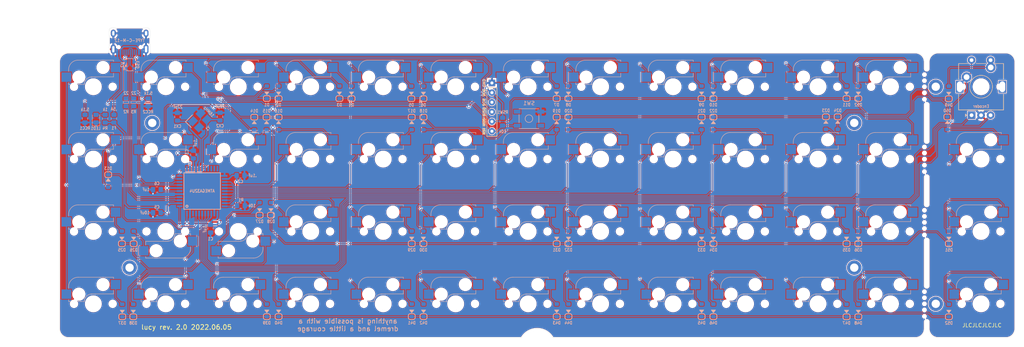
<source format=kicad_pcb>
(kicad_pcb (version 20211014) (generator pcbnew)
  (layers (0 "F.Cu" signal) (31 "B.Cu" signal) (34 "B.Paste" user) (35 "F.Paste" user) (36 "B.SilkS" user "B.Silkscreen") (37 "F.SilkS" user "F.Silkscreen") (38 "B.Mask" user) (39 "F.Mask" user) (44 "Edge.Cuts" user))
  (net 0 "")
  (net 1 "Net-(D1-Pad2)")
  (net 2 "Net-(D2-Pad2)")
  (net 3 "Net-(D3-Pad2)")
  (net 4 "Net-(D4-Pad2)")
  (net 5 "Net-(D5-Pad2)")
  (net 6 "Net-(D6-Pad2)")
  (net 7 "Net-(D7-Pad2)")
  (net 8 "Net-(D8-Pad2)")
  (net 9 "Net-(D9-Pad2)")
  (net 10 "Net-(D10-Pad2)")
  (net 11 "Net-(D11-Pad2)")
  (net 12 "Net-(D12-Pad2)")
  (net 13 "Net-(D13-Pad2)")
  (net 14 "Net-(D14-Pad2)")
  (net 15 "Net-(D15-Pad2)")
  (net 16 "Net-(D16-Pad2)")
  (net 17 "Net-(D17-Pad2)")
  (net 18 "Net-(D18-Pad2)")
  (net 19 "Net-(D19-Pad2)")
  (net 20 "Net-(D20-Pad2)")
  (net 21 "Net-(D21-Pad2)")
  (net 22 "Net-(D22-Pad2)")
  (net 23 "Net-(D23-Pad2)")
  (net 24 "Net-(D24-Pad2)")
  (net 25 "Net-(D25-Pad2)")
  (net 26 "Net-(D26-Pad2)")
  (net 27 "Net-(D27-Pad2)")
  (net 28 "Net-(D28-Pad2)")
  (net 29 "Net-(D29-Pad2)")
  (net 30 "Net-(D30-Pad2)")
  (net 31 "Net-(D31-Pad2)")
  (net 32 "Net-(D32-Pad2)")
  (net 33 "Net-(D33-Pad2)")
  (net 34 "Net-(D34-Pad2)")
  (net 35 "Net-(D35-Pad2)")
  (net 36 "Net-(D36-Pad2)")
  (net 37 "Net-(D37-Pad2)")
  (net 38 "Net-(D38-Pad2)")
  (net 39 "Net-(D39-Pad2)")
  (net 40 "Net-(D40-Pad2)")
  (net 41 "Net-(D41-Pad2)")
  (net 42 "Net-(D42-Pad2)")
  (net 43 "Net-(D43-Pad2)")
  (net 44 "Net-(D44-Pad2)")
  (net 45 "Net-(D45-Pad2)")
  (net 46 "Net-(D46-Pad2)")
  (net 47 "Net-(D47-Pad2)")
  (net 48 "Net-(D48-Pad2)")
  (net 49 "VCC")
  (net 50 "Net-(C6-Pad1)")
  (net 51 "XTAL1")
  (net 52 "XTAL2")
  (net 53 "row0")
  (net 54 "row1")
  (net 55 "row2")
  (net 56 "row3")
  (net 57 "D-")
  (net 58 "D+")
  (net 59 "col0")
  (net 60 "col1")
  (net 61 "col2")
  (net 62 "col3")
  (net 63 "col4")
  (net 64 "col5")
  (net 65 "col6")
  (net 66 "col7")
  (net 67 "col8")
  (net 68 "col9")
  (net 69 "col10")
  (net 70 "col11")
  (net 71 "Net-(R1-Pad2)")
  (net 72 "VBUS")
  (net 73 "Net-(J1-PadB5)")
  (net 74 "Net-(J1-PadA5)")
  (net 75 "ISP_Reset")
  (net 76 "Net-(D52-Pad2)")
  (net 77 "col12")
  (net 78 "GND")
  (net 79 "Net-(LED1-Pad2)")
  (net 80 "DBUS-")
  (net 81 "DBUS+")
  (net 82 "enc0a")
  (net 83 "enc0b")
  (net 84 "Net-(D49-Pad2)")
  (net 85 "Net-(D50-Pad2)")
  (net 86 "Net-(D51-Pad2)")
  (footprint "MX_Only:MXOnly-1U-Hotswap" (layer "F.Cu") (at 124.990225 53.19395)
    (fp_text reference "K3")
    (fp_text value "KEYSW")
  )
  (footprint "MX_Only:MXOnly-1U-Hotswap" (layer "F.Cu") (at 201.190225 53.19395)
    (fp_text reference "K7")
    (fp_text value "KEYSW")
  )
  (footprint "MX_Only:MXOnly-1U-Hotswap" (layer "F.Cu") (at 182.140225 53.19395)
    (fp_text reference "K6")
    (fp_text value "KEYSW")
  )
  (footprint "MX_Only:MXOnly-1U-Hotswap" (layer "F.Cu") (at 163.090225 53.19395)
    (fp_text reference "K5")
    (fp_text value "KEYSW")
  )
  (footprint "MX_Only:MXOnly-1U-Hotswap" (layer "F.Cu") (at 86.890225 53.19395)
    (fp_text reference "K1")
    (fp_text value "KEYSW")
  )
  (footprint "MX_Only:MXOnly-1U-Hotswap" (layer "F.Cu") (at 220.240225 53.19395)
    (fp_text reference "K8")
    (fp_text value "KEYSW")
  )
  (footprint "MX_Only:MXOnly-1U-Hotswap" (layer "F.Cu") (at 239.290225 53.19395)
    (fp_text reference "K9")
    (fp_text value "KEYSW")
  )
  (footprint "MX_Only:MXOnly-1U-Hotswap" (layer "F.Cu") (at 86.890225 72.24395)
    (fp_text reference "K13")
    (fp_text value "KEYSW")
  )
  (footprint "MX_Only:MXOnly-1U-Hotswap" (layer "F.Cu") (at 105.940225 72.24395)
    (fp_text reference "K14")
    (fp_text value "KEYSW")
  )
  (footprint "MX_Only:MXOnly-1U-Hotswap" (layer "F.Cu") (at 144.045399 72.24395)
    (fp_text reference "K16")
    (fp_text value "KEYSW")
  )
  (footprint "MX_Only:MXOnly-1U-Hotswap" (layer "F.Cu") (at 277.390225 53.19395)
    (fp_text reference locked "K11")
    (fp_text value "KEYSW")
  )
  (footprint "MX_Only:MXOnly-1U-Hotswap" (layer "F.Cu") (at 163.090225 72.24395)
    (fp_text reference "K17")
    (fp_text value "KEYSW")
  )
  (footprint "MX_Only:MXOnly-1U-Hotswap" (layer "F.Cu") (at 182.140225 72.24395)
    (fp_text reference "K18")
    (fp_text value "KEYSW")
  )
  (footprint "MX_Only:MXOnly-1U-Hotswap" (layer "F.Cu") (at 201.190225 72.24395)
    (fp_text reference "K19")
    (fp_text value "KEYSW")
  )
  (footprint "MX_Only:MXOnly-1U-Hotswap" (layer "F.Cu") (at 105.940225 110.34395)
    (fp_text reference "K38")
    (fp_text value "KEYSW")
  )
  (footprint "MX_Only:MXOnly-1U-Hotswap" (layer "F.Cu") (at 124.990225 110.34395)
    (fp_text reference "K39")
    (fp_text value "KEYSW")
  )
  (footprint "MX_Only:MXOnly-1U-Hotswap" (layer "F.Cu") (at 144.040225 110.34395)
    (fp_text reference locked "K40")
    (fp_text value "KEYSW")
  )
  (footprint "MX_Only:MXOnly-1U-Hotswap" (layer "F.Cu") (at 163.090225 110.34395)
    (fp_text reference locked "K41")
    (fp_text value "KEYSW")
  )
  (footprint "MX_Only:MXOnly-1U-Hotswap" (layer "F.Cu") (at 182.140225 110.34395)
    (fp_text reference "K42")
    (fp_text value "KEYSW")
  )
  (footprint "MX_Only:MXOnly-1U-Hotswap" (layer "F.Cu") (at 220.240225 110.34395)
    (fp_text reference "K44")
    (fp_text value "KEYSW")
  )
  (footprint "MX_Only:MXOnly-1U-Hotswap" (layer "F.Cu") (at 239.290225 110.34395)
    (fp_text reference "K45")
    (fp_text value "KEYSW")
  )
  (footprint "MX_Only:MXOnly-1U-Hotswap" (layer "F.Cu") (at 258.340225 110.34395)
    (fp_text reference "K46")
    (fp_text value "KEYSW")
  )
  (footprint "MX_Only:MXOnly-1U-Hotswap" (layer "F.Cu") (at 277.390225 110.34395)
    (fp_text reference "K47")
    (fp_text value "KEYSW")
  )
  (footprint "MX_Only:MXOnly-1U-Hotswap" (layer "F.Cu") (at 201.190225 110.34395)
    (fp_text reference "K43")
    (fp_text value "KEYSW")
  )
  (footprint "MX_Only:MXOnly-1U-Hotswap" (layer "F.Cu") (at 277.390225 91.29395)
    (fp_text reference locked "K35")
    (fp_text value "KEYSW")
  )
  (footprint "MX_Only:MXOnly-1U-Hotswap" (layer "F.Cu") (at 258.340225 91.29395)
    (fp_text reference "K34")
    (fp_text value "KEYSW")
  )
  (footprint "MX_Only:MXOnly-1U-Hotswap" (layer "F.Cu") (at 220.240225 91.29395)
    (fp_text reference "K32")
    (fp_text value "KEYSW")
  )
  (footprint "MX_Only:MXOnly-1U-Hotswap" (layer "F.Cu") (at 182.140225 91.29395)
    (fp_text reference "K30")
    (fp_text value "KEYSW")
  )
  (footprint "MX_Only:MXOnly-1U-Hotswap" (layer "F.Cu") (at 144.040225 91.29395)
    (fp_text reference "K28")
    (fp_text value "KEYSW")
  )
  (footprint "MX_Only:MXOnly-1U-Hotswap" (layer "F.Cu") (at 86.890225 91.29395)
    (fp_text reference "K25")
    (fp_text value "KEYSW")
  )
  (footprint "MX_Only:MXOnly-1U-Hotswap" (layer "F.Cu") (at 163.090225 91.29395)
    (fp_text reference "K29")
    (fp_text value "KEYSW")
  )
  (footprint "MX_Only:MXOnly-1U-Hotswap" (layer "F.Cu") (at 296.440225 72.24395)
    (fp_text reference "K24")
    (fp_text value "KEYSW")
  )
  (footprint "MX_Only:MXOnly-1U-Hotswap" (layer "F.Cu") (at 124.990225 91.29395 180)
    (fp_text reference "K27")
    (fp_text value "KEYSW")
  )
  (footprint "MX_Only:MXOnly-1U-Hotswap" (layer "F.Cu") (at 105.940225 91.29395 180)
    (fp_text reference "K26")
    (fp_text value "KEYSW")
  )
  (footprint "MX_Only:MXOnly-1U-Hotswap" (layer "F.Cu") (at 258.340225 72.24395)
    (fp_text reference locked "K22")
    (fp_text value "KEYSW")
  )
  (footprint "MX_Only:MXOnly-1U-Hotswap" (layer "F.Cu") (at 239.290225 72.24395)
    (fp_text reference "K21")
    (fp_text value "KEYSW")
  )
  (footprint "MX_Only:MXOnly-1U-Hotswap" (layer "F.Cu") (at 277.390225 72.24395)
    (fp_text reference "K23")
    (fp_text value "KEYSW")
  )
  (footprint "MX_Only:MXOnly-1U-Hotswap" (layer "F.Cu") (at 296.440225 110.34395)
    (fp_text reference "K48")
    (fp_text value "KEYSW")
  )
  (footprint "MX_Only:MXOnly-1U-Hotswap" (layer "F.Cu") (at 296.440225 91.29395)
    (fp_text reference "K36")
    (fp_text value "KEYSW")
  )
  (footprint "MX_Only:MXOnly-1U-Hotswap" (layer "F.Cu") (at 296.440225 53.19395)
    (fp_text reference "K12")
    (fp_text value "KEYSW")
  )
  (footprint "Keebio-Parts:RotaryEncoder_EC11" (layer "F.Cu") (at 320.252725 53.19395 90)
    (fp_text reference "SW2")
    (fp_text value "Rotary_Encoder_Switch")
  )
  (footprint "MX_Only:MXOnly-1U-Hotswap" (layer "F.Cu") (at 105.940225 53.19395)
    (fp_text reference "K2")
    (fp_text value "KEYSW")
  )
  (footprint "MX_Only:MXOnly-1U-Hotswap" (layer "F.Cu") (at 144.040225 53.19395)
    (fp_text reference "K4")
    (fp_text value "KEYSW")
  )
  (footprint "MX_Only:MXOnly-1U-Hotswap" (layer "F.Cu") (at 320.252785 110.34423)
    (fp_text reference "K52")
    (fp_text value "KEYSW")
  )
  (footprint "MX_Only:MXOnly-1U-Hotswap" (layer "F.Cu") (at 320.252785 72.24407)
    (fp_text reference "K50")
    (fp_text value "KEYSW")
  )
  (footprint "MX_Only:MXOnly-1U-Hotswap" (layer "F.Cu") (at 320.252785 91.29415)
    (fp_text reference "K51")
    (fp_text value "KEYSW")
  )
  (footprint "MX_Only:MXOnly-1U-Hotswap" (layer "F.Cu") (at 201.190225 91.29395)
    (fp_text reference "K31")
    (fp_text value "KEYSW")
  )
  (footprint "MX_Only:MXOnly-1U-Hotswap" (layer "F.Cu") (at 239.290225 91.29395)
    (fp_text reference "K33")
    (fp_text value "KEYSW")
  )
  (footprint "MX_Only:MXOnly-1U-Hotswap" (layer "F.Cu") (at 86.890225 110.34395)
    (fp_text reference "K37")
    (fp_text value "KEYSW")
  )
  (footprint "MX_Only:MXOnly-1U-Hotswap" (layer "F.Cu") (at 258.340225 53.19395)
    (fp_text reference "K10")
    (fp_text value "KEYSW")
  )
  (footprint "MX_Only:MXOnly-1U-Hotswap" (layer "F.Cu") (at 124.990225 72.24395)
    (fp_text reference "K15")
    (fp_text value "KEYSW")
  )
  (footprint "MX_Only:MXOnly-1U-Hotswap" (layer "F.Cu") (at 220.240225 72.24395)
    (fp_text reference "K20")
    (fp_text value "KEYSW")
  )
  (footprint "MountingHole:MountingHole_2.2mm_M2_DIN965_Pad" (layer "F.Cu") (at 308.346669 110.344006)
    (fp_text reference "H10")
    (fp_text value "MountingHole")
  )
  (footprint "Keeb_footprints:MouseBite_IPC7351" (layer "F.Cu") (at 305.370104 110.343998 90)
    (fp_text reference "H4")
    (fp_text value "MountingHole")
  )
  (footprint "MountingHole:MountingHole_2.2mm_M2_DIN965_Pad" (layer "F.Cu") (at 286.915401 62.718966)
    (fp_text reference "H7")
    (fp_text value "MountingHole")
  )
  (footprint "MountingHole:MountingHole_2.2mm_M2_DIN965_Pad" (layer "F.Cu") (at 102.368371 62.718966)
    (fp_text reference "H6")
    (fp_text value "MountingHole")
  )
  (footprint "Keeb_footprints:MouseBite_IPC7351" (layer "F.Cu") (at 305.370104 53.19395 90)
    (fp_text reference "H3")
    (fp_text value "MountingHole")
  )
  (footprint "Keeb_footprints:MouseBite_IPC7351" (layer "F.Cu") (at 305.370104 72.243966 90)
    (fp_text reference "H2")
    (fp_text value "MountingHole")
  )
  (footprint "MountingHole:MountingHole_2.2mm_M2_DIN965_Pad" (layer "F.Cu") (at 286.915401 100.818998)
    (fp_text reference "H9")
    (fp_text value "MountingHole")
  )
  (footprint "MountingHole:MountingHole_2.2mm_M2_DIN965_Pad" (layer "F.Cu") (at 96.415241 100.818998)
    (fp_text reference "H8")
    (fp_text value "MountingHole")
  )
  (footprint "Keeb_footprints:MX100" (layer "F.Cu") (at 320.287325 53.06665)
    (fp_text reference "K49")
    (fp_text value "KEYSW")
  )
  (footprint "Keeb_footprints:MouseBite_IPC7351" (layer "F.Cu") (at 305.370104 88.91273 90)
    (fp_text reference "H1")
    (fp_text value "MountingHole")
  )
  (footprint "MountingHole:MountingHole_2.2mm_M2_DIN965_Pad" (layer "F.Cu") (at 308.346661 53.19395)
    (fp_text reference "H5")
    (fp_text value "MountingHole")
  )
  (footprint "Capacitor_SMD:C_0805_2012Metric_Pad1.15x1.40mm_HandSolder" (layer "B.Cu") (at 117.690625 90.55625 -90)
    (fp_text reference "C1")
    (fp_text value ".1uF")
  )
  (footprint "Keeb_footprints:D_SOD-123_modified" (layer "B.Cu") (at 97.490625 92.85625 90)
    (fp_text reference "D26")
    (fp_text value "D")
  )
  (footprint "Keeb_footprints:D_SOD-123_modified" (layer "B.Cu") (at 208.681415 62.85625 -90)
    (fp_text reference "D19")
    (fp_text value "D")
  )
  (footprint "Keeb_footprints:D_SOD-123_modified" (layer "B.Cu") (at 170.581415 62.85625 -90)
    (fp_text reference "D17")
    (fp_text value "D")
  )
  (footprint "Keeb_footprints:D_SOD-123_modified" (layer "B.Cu") (at 135.581415 62.85625 -90)
    (fp_text reference "D16")
    (fp_text value "D")
  )
  (footprint "Keeb_footprints:D_SOD-123_modified" (layer "B.Cu") (at 129.190625 62.85625 -90)
    (fp_text reference "D14")
    (fp_text value "D")
  )
  (footprint "Keeb_footprints:D_SOD-123_modified" (layer "B.Cu") (at 284.890625 54.65625 90)
    (fp_text reference "D11")
    (fp_text value "D")
  )
  (footprint "Keeb_footprints:D_SOD-123_modified" (layer "B.Cu") (at 249.881415 54.65625 90)
    (fp_text reference "D10")
    (fp_text value "D")
  )
  (footprint "Keeb_footprints:D_SOD-123_modified" (layer "B.Cu") (at 211.781415 54.65625 90)
    (fp_text reference "D8")
    (fp_text value "D")
  )
  (footprint "Keeb_footprints:D_SOD-123_modified" (layer "B.Cu") (at 208.681415 54.65625 90)
    (fp_text reference "D7")
    (fp_text value "D")
  )
  (footprint "Keeb_footprints:D_SOD-123_modified" (layer "B.Cu") (at 173.651789 54.683377 90)
    (fp_text reference "D6")
    (fp_text value "D")
  )
  (footprint "Keeb_footprints:D_SOD-123_modified" (layer "B.Cu") (at 170.476789 54.683377 90)
    (fp_text reference "D5")
    (fp_text value "D")
  )
  (footprint "Keeb_footprints:D_SOD-123_modified" (layer "B.Cu") (at 154.751789 54.65625 90)
    (fp_text reference "D4")
    (fp_text value "D")
  )
  (footprint "Keeb_footprints:D_SOD-123_modified" (layer "B.Cu") (at 287.990625 112.1 90)
    (fp_text reference "D48")
    (fp_text value "D")
  )
  (footprint "Keeb_footprints:D_SOD-123_modified" (layer "B.Cu") (at 284.890625 112.1 90)
    (fp_text reference "D47")
    (fp_text value "D")
  )
  (footprint "Keeb_footprints:D_SOD-123_modified" (layer "B.Cu") (at 249.890625 112.063123 90)
    (fp_text reference "D46")
    (fp_text value "D")
  )
  (footprint "Keeb_footprints:D_SOD-123_modified" (layer "B.Cu") (at 246.790625 112.05625 90)
    (fp_text reference "D45")
    (fp_text value "D")
  )
  (footprint "Keeb_footprints:D_SOD-123_modified" (layer "B.Cu") (at 211.783999 112.05625 90)
    (fp_text reference "D44")
    (fp_text value "D")
  )
  (footprint "Keeb_footprints:D_SOD-123_modified" (layer "B.Cu") (at 208.7 112.05625 90)
    (fp_text reference "D43")
    (fp_text value "D")
  )
  (footprint "Keeb_footprints:D_SOD-123_modified" (layer "B.Cu") (at 211.790625 92.85625 90)
    (fp_text reference "D32")
    (fp_text value "D")
  )
  (footprint "Keeb_footprints:D_SOD-123_modified" (layer "B.Cu") (at 279.465225 62.75625 -90)
    (fp_text reference "D23")
    (fp_text value "D")
  )
  (footprint "Keeb_footprints:D_SOD-123_modified" (layer "B.Cu") (at 208.690625 92.85625 90)
    (fp_text reference "D31")
    (fp_text value "D")
  )
  (footprint "Keeb_footprints:D_SOD-123_modified" (layer "B.Cu") (at 170.585999 92.85625 90)
    (fp_text reference "D29")
    (fp_text value "D")
  )
  (footprint "Keeb_footprints:D_SOD-123_modified" (layer "B.Cu") (at 130.590625 85.35625 90)
    (fp_text reference "D27")
    (fp_text value "D")
  )
  (footprint "Keeb_footprints:D_SOD-123_modified" (layer "B.Cu") (at 282.565225 62.75625 -90)
    (fp_text reference "D24")
    (fp_text value "D")
  )
  (footprint "Keeb_footprints:D_SOD-123_modified" (layer "B.Cu") (at 284.890625 92.85625 90)
    (fp_text reference "D35")
    (fp_text value "D")
  )
  (footprint "Keeb_footprints:D_SOD-123_modified" (layer "B.Cu") (at 249.890625 92.85625 90)
    (fp_text reference "D34")
    (fp_text value "D")
  )
  (footprint "Keeb_footprints:D_SOD-123_modified" (layer "B.Cu") (at 246.790625 92.85625 90)
    (fp_text reference "D33")
    (fp_text value "D")
  )
  (footprint "Keeb_footprints:D_SOD-123_modified" (layer "B.Cu") (at 173.690625 112.05625 90)
    (fp_text reference "D42")
    (fp_text value "D")
  )
  (footprint "Keeb_footprints:D_SOD-123_modified" (layer "B.Cu") (at 151.576789 54.65625 90)
    (fp_text reference "D3")
    (fp_text value "D")
  )
  (footprint "Keeb_footprints:D_SOD-123_modified" (layer "B.Cu") (at 211.781415 62.85625 -90)
    (fp_text reference "D20")
    (fp_text value "D")
  )
  (footprint "Keeb_footprints:ICSP-Header_small_pins" (layer "B.Cu") (at 191.665313 52.201767 180)
    (fp_text reference "J2" hide)
    (fp_text value "AVR-ISP-6_mod")
  )
  (footprint "Keeb_footprints:D_SOD-123_modified" (layer "B.Cu") (at 287.990625 54.65625 90)
    (fp_text reference "D12")
    (fp_text value "D")
  )
  (footprint "Keeb_footprints:D_SOD-123_modified" (layer "B.Cu") (at 311.790625 112.1 90)
    (fp_text reference "D52")
    (fp_text value "D")
  )
  (footprint "Keeb_footprints:D_SOD-123_modified" (layer "B.Cu") (at 311.390625 62.8 -90)
    (fp_text reference "D50")
    (fp_text value "D")
  )
  (footprint "Keeb_footprints:D_SOD-123_modified" (layer "B.Cu") (at 311.790625 92.85625 90)
    (fp_text reference "D51")
    (fp_text value "D")
  )
  (footprint "random-keyboard-parts:SKQG-1155865" (layer "B.Cu") (at 201.4 61.59395)
    (fp_text reference "SW1")
    (fp_text value "SW_PUSH")
  )
  (footprint "Keebio-Parts:ATMEGA32U4-AU" (layer "B.Cu") (at 115.490625 80.65625)
    (fp_text reference "U1")
    (fp_text value "ATMEGA32U4")
  )
  (footprint "Capacitor_SMD:C_0805_2012Metric_Pad1.15x1.40mm_HandSolder" (layer "B.Cu") (at 113.190625 71.05625 90)
    (fp_text reference "C3")
    (fp_text value ".1uF")
  )
  (footprint "Capacitor_SMD:C_0805_2012Metric_Pad1.15x1.40mm_HandSolder" (layer "B.Cu") (at 120.190625 61.05625 90)
    (fp_text reference "CX2")
    (fp_text value "22pF")
  )
  (footprint "Capacitor_SMD:C_0805_2012Metric_Pad1.15x1.40mm_HandSolder" (layer "B.Cu") (at 108.990225 61.09395 90)
    (fp_text reference "CX1")
    (fp_text value "22pF")
  )
  (footprint "Crystal:Crystal_SMD_3225-4Pin_3.2x2.5mm_HandSoldering" (layer "B.Cu") (at 114.890625 62.05625 45)
    (fp_text reference "Y1")
    (fp_text value "16MHz")
  )
  (footprint "Fuse:Fuse_0805_2012Metric_Pad1.15x1.40mm_HandSolder" (layer "B.Cu") (at 92.290225 61.59395 90)
    (fp_text reference "F1")
    (fp_text value ".5A")
  )
  (footprint "Keeb_footprints:TYPE-C-31-M-12" (layer "B.Cu") (at 96.439825 44.814877)
    (fp_text reference "J1")
    (fp_text value "TYPE-C-31-M12_13")
  )
  (footprint "Resistor_SMD:R_0805_2012Metric_Pad1.15x1.40mm_HandSolder" (layer "B.Cu") (at 97.490625 57.29395 90)
    (fp_text reference "R3")
    (fp_text value "22")
  )
  (footprint "Resistor_SMD:R_0805_2012Metric_Pad1.15x1.40mm_HandSolder" (layer "B.Cu") (at 84.689825 61.59395 90)
    (fp_text reference "RCC1")
    (fp_text value "5.1k")
  )
  (footprint "Resistor_SMD:R_0805_2012Metric_Pad1.15x1.40mm_HandSolder" (layer "B.Cu") (at 89.989825 61.59395 -90)
    (fp_text reference "R4")
    (fp_text value "1k")
  )
  (footprint "LED_SMD:LED_0805_2012Metric_Pad1.15x1.40mm_HandSolder" (layer "B.Cu") (at 87.589825 61.59395 90)
    (fp_text reference "LED1")
    (fp_text value "LED")
  )
  (footprint "Keeb_footprints:D_SOD-123_modified" (layer "B.Cu") (at 135.590625 112.05625 90)
    (fp_text reference "D40")
    (fp_text value "D")
  )
  (footprint "Keeb_footprints:D_SOD-123_modified" (layer "B.Cu") (at 132.490625 112.063123 90)
    (fp_text reference "D39")
    (fp_text value "D")
  )
  (footprint "Capacitor_SMD:C_0805_2012Metric_Pad1.15x1.40mm_HandSolder" (layer "B.Cu") (at 125.590625 76.55625)
    (fp_text reference "C2")
    (fp_text value ".1uF")
  )
  (footprint "Resistor_SMD:R_0805_2012Metric_Pad1.15x1.40mm_HandSolder" (layer "B.Cu") (at 95.490625 57.29395 90)
    (fp_text reference "R2")
    (fp_text value "22")
  )
  (footprint "Capacitor_SMD:C_0805_2012Metric_Pad1.15x1.40mm_HandSolder" (layer "B.Cu") (at 103.590625 86.35625 180)
    (fp_text reference "C5")
    (fp_text value "10uF")
  )
  (footprint "Capacitor_SMD:C_0805_2012Metric_Pad1.15x1.40mm_HandSolder" (layer "B.Cu") (at 103.590625 80.25625 180)
    (fp_text reference "C6")
    (fp_text value "1uF")
  )
  (footprint "Resistor_SMD:R_0805_2012Metric_Pad1.15x1.40mm_HandSolder" (layer "B.Cu") (at 125.690625 84.5 180)
    (fp_text reference "R1")
    (fp_text value "10k")
  )
  (footprint "Keeb_footprints:D_SOD-123_modified" (layer "B.Cu") (at 90.790225 77.99395 -90)
    (fp_text reference "D13")
    (fp_text value "D")
  )
  (footprint "Keeb_footprints:D_SOD-123_modified" (layer "B.Cu") (at 94.490225 112.09395 90)
    (fp_text reference "D37")
    (fp_text value "D")
  )
  (footprint "Keeb_footprints:D_SOD-123_modified" (layer "B.Cu") (at 97.390225 112.09395 90)
    (fp_text reference "D38")
    (fp_text value "D")
  )
  (footprint "Keeb_footprints:D_SOD-123_modified" (layer "B.Cu") (at 170.590625 112.05625 90)
    (fp_text reference "D41")
    (fp_text value "D")
  )
  (footprint "Keeb_footprints:D_SOD-123_modified" (layer "B.Cu") (at 133.590625 85.35625 90)
    (fp_text reference "D28")
    (fp_text value "D")
  )
  (footprint "Keeb_footprints:D_SOD-123_modified" (layer "B.Cu") (at 173.65 92.85625 90)
    (fp_text reference "D30")
    (fp_text value "D")
  )
  (footprint "Keeb_footprints:D_SOD-123_modified" (layer "B.Cu") (at 287.990625 92.85625 90)
    (fp_text reference "D36")
    (fp_text value "D")
  )
  (footprint "Keeb_footprints:D_SOD-123_modified" (layer "B.Cu") (at 94.390625 92.85625 90)
    (fp_text reference "D25")
    (fp_text value "D")
  )
  (footprint "Keeb_footprints:D_SOD-123_modified" (layer "B.Cu") (at 135.581415 54.65625 90)
    (fp_text reference "D2")
    (fp_text value "D")
  )
  (footprint "Keeb_footprints:D_SOD-123_modified" (layer "B.Cu") (at 311.765225 54.7 90)
    (fp_text reference "D49")
    (fp_text value "D")
  )
  (footprint "Keeb_footprints:D_SOD-123_modified" (layer "B.Cu") (at 246.781415 54.65625 90)
    (fp_text reference "D9")
    (fp_text value "D")
  )
  (footprint "Keeb_footprints:D_SOD-123_modified" (layer "B.Cu") (at 132.490625 54.64995 90)
    (fp_text reference "D1")
    (fp_text value "D")
  )
  (footprint "Resistor_SMD:R_0805_2012Metric_Pad1.15x1.40mm_HandSolder" (layer "B.Cu") (at 194.490225 62.39395 90)
    (fp_text reference "RSW1")
    (fp_text value "10k")
  )
  (footprint "Keeb_footprints:D_SOD-123_modified" (layer "B.Cu") (at 249.881415 62.85625 -90)
    (fp_text reference "D22")
    (fp_text value "D")
  )
  (footprint "Keeb_footprints:D_SOD-123_modified" (layer "B.Cu") (at 246.781415 62.85625 -90)
    (fp_text reference "D21")
    (fp_text value "D")
  )
  (footprint "Keeb_footprints:D_SOD-123_modified" (layer "B.Cu") (at 173.681415 62.85625 -90)
    (fp_text reference "D18")
    (fp_text value "D")
  )
  (footprint "Keeb_footprints:D_SOD-123_modified" (layer "B.Cu") (at 132.431415 62.85625 -90)
    (fp_text reference "D15")
    (fp_text value "D")
  )
  (footprint "Resistor_SMD:R_0805_2012Metric_Pad1.15x1.40mm_HandSolder" (layer "B.Cu") (at 101.290225 57.29395 90)
    (fp_text reference "RCC2")
    (fp_text value "5.1k")
  )
  (footprint "Keebio-Parts:SOT-143B" (layer "B.Cu") (at 96.490625 47.39395 -90)
    (fp_text reference "U2")
    (fp_text value "PRTR5V0U2X" hide)
  )
  (gr_arc (start 329.182624 116.892433) (mid 328.485169 118.576238) (end 326.801364 119.273693) (layer "Edge.Cuts") (width 0.05))
  (gr_arc (start 77.96053 46.645507) (mid 78.657985 44.961702) (end 80.34179 44.264247) (layer "Edge.Cuts") (width 0.05))
  (gr_arc (start 306.560722 67.48147) (mid 305.965409 68.076783) (end 305.370096 67.48147) (layer "Edge.Cuts") (width 0.05))
  (gr_arc (start 308.941974 119.273701) (mid 307.258169 118.576246) (end 306.560714 116.892441) (layer "Edge.Cuts") (width 0.05))
  (gr_line (start 329.182624 116.892433) (end 329.182624 46.645507) (layer "Edge.Cuts") (width 0.05))
  (gr_line (start 305.370096 57.956462) (end 305.370096 67.48147) (layer "Edge.Cuts") (width 0.05))
  (gr_line (start 101.77305 38.311125) (end 101.77305 43.668942) (layer "Edge.Cuts") (width 0.05))
  (gr_line (start 306.56073 77.006478) (end 306.56073 84.150234) (layer "Edge.Cuts") (width 0.05))
  (gr_arc (start 91.057416 38.311125) (mid 91.231779 37.890175) (end 91.652729 37.715812) (layer "Edge.Cuts") (width 0.05))
  (gr_arc (start 305.370104 115.10651) (mid 305.965417 114.511197) (end 306.56073 115.10651) (layer "Edge.Cuts") (width 0.05))
  (gr_arc (start 305.370104 116.892441) (mid 304.672649 118.576246) (end 302.988844 119.273701) (layer "Edge.Cuts") (width 0.05))
  (gr_line (start 306.560722 67.48147) (end 306.560722 57.956462) (layer "Edge.Cuts") (width 0.05))
  (gr_line (start 305.370104 84.150234) (end 305.370104 77.006478) (layer "Edge.Cuts") (width 0.05))
  (gr_line (start 302.988844 44.264247) (end 102.368363 44.264255) (layer "Edge.Cuts") (width 0.05))
  (gr_arc (start 306.560714 46.645507) (mid 307.258169 44.961702) (end 308.941974 44.264247) (layer "Edge.Cuts") (width 0.05))
  (gr_arc (start 101.177737 37.715812) (mid 101.598687 37.890175) (end 101.77305 38.311125) (layer "Edge.Cuts") (width 0.05))
  (gr_arc (start 305.370096 57.956462) (mid 305.965409 57.361149) (end 306.560722 57.956462) (layer "Edge.Cuts") (width 0.05))
  (gr_line (start 90.462103 44.264255) (end 80.34179 44.264247) (layer "Edge.Cuts") (width 0.05))
  (gr_arc (start 102.368363 44.264255) (mid 101.947413 44.089892) (end 101.77305 43.668942) (layer "Edge.Cuts") (width 0.05))
  (gr_line (start 305.370096 93.675242) (end 305.370096 105.581502) (layer "Edge.Cuts") (width 0.05))
  (gr_arc (start 305.370104 77.006478) (mid 305.965417 76.411165) (end 306.56073 77.006478) (layer "Edge.Cuts") (width 0.05))
  (gr_arc (start 306.560722 105.581502) (mid 305.965409 106.176815) (end 305.370096 105.581502) (layer "Edge.Cuts") (width 0.05))
  (gr_arc (start 306.56073 84.150234) (mid 305.965417 84.745547) (end 305.370104 84.150234) (layer "Edge.Cuts") (width 0.05))
  (gr_line (start 207.738763 119.273693) (end 302.988844 119.273701) (layer "Edge.Cuts") (width 0.05))
  (gr_line (start 305.370104 115.10651) (end 305.370104 116.892441) (layer "Edge.Cuts") (width 0.05))
  (gr_line (start 80.341782 119.273701) (end 199.404383 119.273693) (layer "Edge.Cuts") (width 0.05))
  (gr_line (start 91.652729 37.715812) (end 101.177737 37.715812) (layer "Edge.Cuts") (width 0.05))
  (gr_line (start 308.941974 119.273701) (end 326.801364 119.273693) (layer "Edge.Cuts") (width 0.05))
  (gr_arc (start 305.370096 93.675242) (mid 305.965409 93.079929) (end 306.560722 93.675242) (layer "Edge.Cuts") (width 0.05))
  (gr_line (start 326.801364 44.264247) (end 308.941974 44.264247) (layer "Edge.Cuts") (width 0.05))
  (gr_arc (start 326.801364 44.264247) (mid 328.485169 44.961702) (end 329.182624 46.645507) (layer "Edge.Cuts") (width 0.05))
  (gr_line (start 306.56073 115.10651) (end 306.560714 116.892441) (layer "Edge.Cuts") (width 0.05))
  (gr_arc (start 306.56073 48.431454) (mid 305.965417 49.026767) (end 305.370104 48.431454) (layer "Edge.Cuts") (width 0.05))
  (gr_arc (start 199.404383 119.273693) (mid 203.571573 116.855379) (end 207.738763 119.273693) (layer "Edge.Cuts") (width 0.05))
  (gr_line (start 77.96053 46.645507) (end 77.960522 116.892441) (layer "Edge.Cuts") (width 0.05))
  (gr_arc (start 80.341782 119.273701) (mid 78.657977 118.576246) (end 77.960522 116.892441) (layer "Edge.Cuts") (width 0.05))
  (gr_line (start 306.560714 46.645507) (end 306.56073 48.431454) (layer "Edge.Cuts") (width 0.05))
  (gr_arc (start 91.057416 43.668942) (mid 90.883053 44.089892) (end 90.462103 44.264255) (layer "Edge.Cuts") (width 0.05))
  (gr_line (start 91.057416 43.668942) (end 91.057416 38.311125) (layer "Edge.Cuts") (width 0.05))
  (gr_arc (start 302.988844 44.264247) (mid 304.672649 44.961702) (end 305.370104 46.645507) (layer "Edge.Cuts") (width 0.05))
  (gr_line (start 305.370104 46.645507) (end 305.370104 48.431454) (layer "Edge.Cuts") (width 0.05))
  (gr_line (start 306.560722 105.581502) (end 306.560722 93.675242) (layer "Edge.Cuts") (width 0.05))
  (gr_text "16MHz" (at 117.251188 59.742393 315) (layer "B.SilkS") (effects (font (size 0.8 0.7)) (justify mirror)))
  (gr_text "Encoder" (at 320.27947 58.34087) (layer "B.SilkS") (effects (font (size 0.8 0.7)) (justify mirror)))
  (gr_text "anything is possible with a\ndremel and a little courage" (at 153.790225 115.89395) (layer "B.SilkS") (effects (font (size 1.25 1.25) (thickness 0.2)) (justify mirror)))
  (gr_text "JLCJLCJLCJLC" (at 320.490225 115.99395) (layer "F.SilkS") (effects (font (size 1 1))))
  (gr_text "lucy rev. 2.0 2022.06.05" (at 111.38288 116.5) (layer "F.SilkS") (effects (font (size 1.25 1.25) (thickness 0.2))))
  (segment (start 115.90658 56.68132) (end 115.29395 57.29395) (width 0.25) (layer "F.Cu") (net 1))
  (segment (start 115.90658 55.090767) (end 115.90658 56.68132) (width 0.25) (layer "F.Cu") (net 1))
  (segment (start 94.390225 57.29395) (end 115.29395 57.29395) (width 0.25) (layer "F.Cu") (net 1))
  (segment (start 93.990225 57.69395) (end 94.390225 57.29395) (width 0.25) (layer "F.Cu") (net 1))
  (segment (start 90.690225 57.69395) (end 93.990225 57.69395) (width 0.25) (layer "F.Cu") (net 1))
  (via (at 115.90658 55.090767) (size 0.65) (drill 0.35) (layers "F.Cu" "B.Cu") (net 1))
  (via (at 90.690225 57.69395) (size 0.65) (drill 0.35) (layers "F.Cu" "B.Cu") (net 1))
  (segment (start 94.035705 53.905682) (end 92.818831 55.122556) (width 0.25) (layer "B.Cu") (net 1))
  (segment (start 94.035705 49.41743) (end 94.035705 50.79395) (width 0.25) (layer "B.Cu") (net 1))
  (segment (start 92.732225 48.11395) (end 94.035705 49.41743) (width 0.25) (layer "B.Cu") (net 1))
  (segment (start 121.533471 55.89395) (end 129.369327 55.89395) (width 0.25) (layer "B.Cu") (net 1))
  (segment (start 90.690225 57.251162) (end 90.690225 57.69395) (width 0.25) (layer "B.Cu") (net 1))
  (segment (start 92.818831 55.122556) (end 90.690225 57.251162) (width 0.25) (layer "B.Cu") (net 1))
  (segment (start 94.035705 50.79395) (end 94.035705 53.905682) (width 0.25) (layer "B.Cu") (net 1))
  (segment (start 129.369327 55.89395) (end 132.263328 52.99995) (width 0.25) (layer "B.Cu") (net 1))
  (segment (start 115.90658 55.090767) (end 120.730288 55.090767) (width 0.25) (layer "B.Cu") (net 1))
  (segment (start 120.730288 55.090767) (end 121.533471 55.89395) (width 0.25) (layer "B.Cu") (net 1))
  (segment (start 132.263328 52.99995) (end 132.490625 52.99995) (width 0.25) (layer "B.Cu") (net 1))
  (segment (start 121.369745 56.27347) (end 120.773122 55.676847) (width 0.25) (layer "B.Cu") (net 2))
  (segment (start 135.581415 53.00625) (end 134.087665 54.5) (width 0.25) (layer "B.Cu") (net 2))
  (segment (start 115.673122 55.676847) (end 114.990225 54.99395) (width 0.25) (layer "B.Cu") (net 2))
  (segment (start 134.087665 54.5) (end 131.3 54.5) (width 0.25) (layer "B.Cu") (net 2))
  (segment (start 114.990225 51.32195) (end 111.782225 48.11395) (width 0.25) (layer "B.Cu") (net 2))
  (segment (start 120.773122 55.676847) (end 115.673122 55.676847) (width 0.25) (layer "B.Cu") (net 2))
  (segment (start 131.3 54.5) (end 129.526529 56.27347) (width 0.25) (layer "B.Cu") (net 2))
  (segment (start 129.526529 56.27347) (end 121.369745 56.27347) (width 0.25) (layer "B.Cu") (net 2))
  (segment (start 114.990225 54.99395) (end 114.990225 51.32195) (width 0.25) (layer "B.Cu") (net 2))
  (segment (start 140.83577 46.23577) (end 145.4 50.8) (width 0.25) (layer "B.Cu") (net 3))
  (segment (start 130.832225 48.11395) (end 132.710405 46.23577) (width 0.25) (layer "B.Cu") (net 3))
  (segment (start 132.710405 46.23577) (end 140.83577 46.23577) (width 0.25) (layer "B.Cu") (net 3))
  (segment (start 145.4 50.8) (end 149.370539 50.8) (width 0.25) (layer "B.Cu") (net 3))
  (segment (start 149.370539 50.8) (end 151.576789 53.00625) (width 0.25) (layer "B.Cu") (net 3))
  (segment (start 154.751789 52.983514) (end 149.882225 48.11395) (width 0.25) (layer "B.Cu") (net 4))
  (segment (start 154.751789 53.00625) (end 154.751789 52.983514) (width 0.25) (layer "B.Cu") (net 4))
  (segment (start 168.932225 51.488813) (end 168.932225 48.11395) (width 0.25) (layer "B.Cu") (net 5))
  (segment (start 170.476789 53.033377) (end 168.932225 51.488813) (width 0.25) (layer "B.Cu") (net 5))
  (segment (start 172.86423 46.23577) (end 172.3 46.8) (width 0.25) (layer "B.Cu") (net 6))
  (segment (start 186.104045 46.23577) (end 172.86423 46.23577) (width 0.25) (layer "B.Cu") (net 6))
  (segment (start 172.3 46.8) (end 172.3 51.681588) (width 0.25) (layer "B.Cu") (net 6))
  (segment (start 187.982225 48.11395) (end 186.104045 46.23577) (width 0.25) (layer "B.Cu") (net 6))
  (segment (start 172.3 51.681588) (end 173.651789 53.033377) (width 0.25) (layer "B.Cu") (net 6))
  (segment (start 207.032225 48.11395) (end 207.032225 51.35706) (width 0.25) (layer "B.Cu") (net 7))
  (segment (start 207.032225 51.35706) (end 208.681415 53.00625) (width 0.25) (layer "B.Cu") (net 7))
  (segment (start 210.8 52.024835) (end 211.781415 53.00625) (width 0.25) (layer "B.Cu") (net 8))
  (segment (start 210.8 46.7) (end 210.8 52.024835) (width 0.25) (layer "B.Cu") (net 8))
  (segment (start 223.868275 45.9) (end 211.6 45.9) (width 0.25) (layer "B.Cu") (net 8))
  (segment (start 226.082225 48.11395) (end 223.868275 45.9) (width 0.25) (layer "B.Cu") (net 8))
  (segment (start 211.6 45.9) (end 210.8 46.7) (width 0.25) (layer "B.Cu") (net 8))
  (segment (start 245.132225 51.35706) (end 246.781415 53.00625) (width 0.25) (layer "B.Cu") (net 9))
  (segment (start 245.132225 48.11395) (end 245.132225 51.35706) (width 0.25) (layer "B.Cu") (net 9))
  (segment (start 261.968275 45.9) (end 250 45.9) (width 0.25) (layer "B.Cu") (net 10))
  (segment (start 250 45.9) (end 248.8 47.1) (width 0.25) (layer "B.Cu") (net 10))
  (segment (start 264.182225 48.11395) (end 261.968275 45.9) (width 0.25) (layer "B.Cu") (net 10))
  (segment (start 248.8 51.924835) (end 249.881415 53.00625) (width 0.25) (layer "B.Cu") (net 10))
  (segment (start 248.8 47.1) (end 248.8 51.924835) (width 0.25) (layer "B.Cu") (net 10))
  (segment (start 284.890625 53.00625) (end 283.232225 51.34785) (width 0.25) (layer "B.Cu") (net 11))
  (segment (start 283.232225 51.34785) (end 283.232225 48.11395) (width 0.25) (layer "B.Cu") (net 11))
  (segment (start 302.282225 48.11395) (end 299.924525 45.75625) (width 0.25) (layer "B.Cu") (net 12))
  (segment (start 288.190625 45.75625) (end 286.890625 47.05625) (width 0.25) (layer "B.Cu") (net 12))
  (segment (start 286.890625 47.05625) (end 286.890625 51.90625) (width 0.25) (layer "B.Cu") (net 12))
  (segment (start 299.924525 45.75625) (end 288.190625 45.75625) (width 0.25) (layer "B.Cu") (net 12))
  (segment (start 286.890625 51.90625) (end 287.990625 53.00625) (width 0.25) (layer "B.Cu") (net 12))
  (segment (start 90.790225 79.64395) (end 89.5 78.353725) (width 0.25) (layer "B.Cu") (net 13))
  (segment (start 89.5 78.353725) (end 89.5 70.396175) (width 0.25) (layer "B.Cu") (net 13))
  (segment (start 89.5 70.396175) (end 92.732225 67.16395) (width 0.25) (layer "B.Cu") (net 13))
  (segment (start 107.3 64.2) (end 107.3 58.3) (width 0.25) (layer "F.Cu") (net 14))
  (segment (start 110.7 65) (end 108.1 65) (width 0.25) (layer "F.Cu") (net 14))
  (segment (start 107.92653 57.67347) (end 117.546022 57.67347) (width 0.25) (layer "F.Cu") (net 14))
  (segment (start 117.546022 57.67347) (end 118.5 58.627448) (width 0.25) (layer "F.Cu") (net 14))
  (segment (start 107.3 58.3) (end 107.92653 57.67347) (width 0.25) (layer "F.Cu") (net 14))
  (segment (start 108.1 65) (end 107.3 64.2) (width 0.25) (layer "F.Cu") (net 14))
  (via (at 110.7 65) (size 0.65) (drill 0.35) (layers "F.Cu" "B.Cu") (net 14))
  (via (at 118.5 58.627448) (size 0.65) (drill 0.35) (layers "F.Cu" "B.Cu") (net 14))
  (segment (start 111.782225 67.16395) (end 111.782225 66.082225) (width 0.25) (layer "B.Cu") (net 14))
  (segment (start 111.782225 66.082225) (end 110.7 65) (width 0.25) (layer "B.Cu") (net 14))
  (segment (start 128.203902 64.50625) (end 129.190625 64.50625) (width 0.25) (layer "B.Cu") (net 14))
  (segment (start 118.5 58.627448) (end 122.3251 58.627448) (width 0.25) (layer "B.Cu") (net 14))
  (segment (start 122.3251 58.627448) (end 128.203902 64.50625) (width 0.25) (layer "B.Cu") (net 14))
  (segment (start 130.832225 66.10544) (end 130.832225 67.16395) (width 0.25) (layer "B.Cu") (net 15))
  (segment (start 132.431415 64.50625) (end 130.832225 66.10544) (width 0.25) (layer "B.Cu") (net 15))
  (segment (start 135.581415 64.50625) (end 147.229699 64.50625) (width 0.25) (layer "B.Cu") (net 16))
  (segment (start 147.229699 64.50625) (end 149.887399 67.16395) (width 0.25) (layer "B.Cu") (net 16))
  (segment (start 168.932225 66.15544) (end 168.932225 67.16395) (width 0.25) (layer "B.Cu") (net 17))
  (segment (start 170.581415 64.50625) (end 168.932225 66.15544) (width 0.25) (layer "B.Cu") (net 17))
  (segment (start 185.324525 64.50625) (end 187.982225 67.16395) (width 0.25) (layer "B.Cu") (net 18))
  (segment (start 173.681415 64.50625) (end 185.324525 64.50625) (width 0.25) (layer "B.Cu") (net 18))
  (segment (start 208.681415 65.51476) (end 207.032225 67.16395) (width 0.25) (layer "B.Cu") (net 19))
  (segment (start 208.681415 64.50625) (end 208.681415 65.51476) (width 0.25) (layer "B.Cu") (net 19))
  (segment (start 223.424525 64.50625) (end 226.082225 67.16395) (width 0.25) (layer "B.Cu") (net 20))
  (segment (start 211.781415 64.50625) (end 223.424525 64.50625) (width 0.25) (layer "B.Cu") (net 20))
  (segment (start 246.781415 64.50625) (end 246.781415 65.51476) (width 0.25) (layer "B.Cu") (net 21))
  (segment (start 246.781415 65.51476) (end 245.132225 67.16395) (width 0.25) (layer "B.Cu") (net 21))
  (segment (start 261.524525 64.50625) (end 264.182225 67.16395) (width 0.25) (layer "B.Cu") (net 22))
  (segment (start 249.881415 64.50625) (end 261.524525 64.50625) (width 0.25) (layer "B.Cu") (net 22))
  (segment (start 280.474525 64.40625) (end 283.232225 67.16395) (width 0.25) (layer "B.Cu") (net 23))
  (segment (start 279.465225 64.40625) (end 280.474525 64.40625) (width 0.25) (layer "B.Cu") (net 23))
  (segment (start 285.165225 59.84847) (end 288.608023 59.84847) (width 0.25) (layer "B.Cu") (net 24))
  (segment (start 288.608023 59.84847) (end 290.245323 61.48577) (width 0.25) (layer "B.Cu") (net 24))
  (segment (start 282.565225 62.44847) (end 285.165225 59.84847) (width 0.25) (layer "B.Cu") (net 24))
  (segment (start 302.282225 62.98595) (end 302.282225 67.16395) (width 0.25) (layer "B.Cu") (net 24))
  (segment (start 290.245323 61.48577) (end 300.782045 61.48577) (width 0.25) (layer "B.Cu") (net 24))
  (segment (start 282.565225 64.40625) (end 282.565225 62.44847) (width 0.25) (layer "B.Cu") (net 24))
  (segment (start 300.782045 61.48577) (end 302.282225 62.98595) (width 0.25) (layer "B.Cu") (net 24))
  (segment (start 92.732225 89.54785) (end 92.732225 86.21395) (width 0.25) (layer "B.Cu") (net 25))
  (segment (start 94.390625 91.20625) (end 92.732225 89.54785) (width 0.25) (layer "B.Cu") (net 25))
  (segment (start 100.098225 96.37395) (end 100.098225 93.81385) (width 0.25) (layer "B.Cu") (net 26))
  (segment (start 100.098225 93.81385) (end 97.490625 91.20625) (width 0.25) (layer "B.Cu") (net 26))
  (segment (start 122.1 87.7) (end 123.5 86.3) (width 0.25) (layer "B.Cu") (net 27))
  (segment (start 119.148225 96.37395) (end 119.148225 94.951775) (width 0.25) (layer "B.Cu") (net 27))
  (segment (start 127.996875 86.3) (end 130.590625 83.70625) (width 0.25) (layer "B.Cu") (net 27))
  (segment (start 123.5 86.3) (end 127.996875 86.3) (width 0.25) (layer "B.Cu") (net 27))
  (segment (start 119.148225 94.951775) (end 122.1 92) (width 0.25) (layer "B.Cu") (net 27))
  (segment (start 122.1 92) (end 122.1 87.7) (width 0.25) (layer "B.Cu") (net 27))
  (segment (start 149.882225 86.21395) (end 149.882225 83.582225) (width 0.25) (layer "B.Cu") (net 28))
  (segment (start 149.882225 83.582225) (end 148.9 82.6) (width 0.25) (layer "B.Cu") (net 28))
  (segment (start 148.9 82.6) (end 134.696875 82.6) (width 0.25) (layer "B.Cu") (net 28))
  (segment (start 134.696875 82.6) (end 133.590625 83.70625) (width 0.25) (layer "B.Cu") (net 28))
  (segment (start 170.585999 91.20625) (end 168.932225 89.552476) (width 0.25) (layer "B.Cu") (net 29))
  (segment (start 168.932225 89.552476) (end 168.932225 86.21395) (width 0.25) (layer "B.Cu") (net 29))
  (segment (start 172.165225 84.76895) (end 172.165225 89.721475) (width 0.25) (layer "B.Cu") (net 30))
  (segment (start 172.834175 84.1) (end 172.165225 84.76895) (width 0.25) (layer "B.Cu") (net 30))
  (segment (start 172.165225 89.721475) (end 173.65 91.20625) (width 0.25) (layer "B.Cu") (net 30))
  (segment (start 185.868275 84.1) (end 172.834175 84.1) (width 0.25) (layer "B.Cu") (net 30))
  (segment (start 187.982225 86.21395) (end 185.868275 84.1) (width 0.25) (layer "B.Cu") (net 30))
  (segment (start 207.032225 89.54785) (end 208.690625 91.20625) (width 0.25) (layer "B.Cu") (net 31))
  (segment (start 207.032225 86.21395) (end 207.032225 89.54785) (width 0.25) (layer "B.Cu") (net 31))
  (segment (start 211.80759 84.09241) (end 210.7 85.2) (width 0.25) (layer "B.Cu") (net 32))
  (segment (start 226.082225 86.21395) (end 223.960685 84.09241) (width 0.25) (layer "B.Cu") (net 32))
  (segment (start 223.960685 84.09241) (end 211.80759 84.09241) (width 0.25) (layer "B.Cu") (net 32))
  (segment (start 210.7 90.115625) (end 211.790625 91.20625) (width 0.25) (layer "B.Cu") (net 32))
  (segment (start 210.7 85.2) (end 210.7 90.115625) (width 0.25) (layer "B.Cu") (net 32))
  (segment (start 245.132225 89.54785) (end 246.790625 91.20625) (width 0.25) (layer "B.Cu") (net 33))
  (segment (start 245.132225 86.21395) (end 245.132225 89.54785) (width 0.25) (layer "B.Cu") (net 33))
  (segment (start 264.182225 86.21395) (end 262.060685 84.09241) (width 0.25) (layer "B.Cu") (net 34))
  (segment (start 262.060685 84.09241) (end 250.00759 84.09241) (width 0.25) (layer "B.Cu") (net 34))
  (segment (start 248.8 85.3) (end 248.8 90.115625) (width 0.25) (layer "B.Cu") (net 34))
  (segment (start 248.8 90.115625) (end 249.890625 91.20625) (width 0.25) (layer "B.Cu") (net 34))
  (segment (start 250.00759 84.09241) (end 248.8 85.3) (width 0.25) (layer "B.Cu") (net 34))
  (segment (start 283.232225 89.54785) (end 284.890625 91.20625) (width 0.25) (layer "B.Cu") (net 35))
  (segment (start 283.232225 86.21395) (end 283.232225 89.54785) (width 0.25) (layer "B.Cu") (net 35))
  (segment (start 286.9 90.115625) (end 287.990625 91.20625) (width 0.25) (layer "B.Cu") (net 36))
  (segment (start 300.160685 84.09241) (end 288.00759 84.09241) (width 0.25) (layer "B.Cu") (net 36))
  (segment (start 302.282225 86.21395) (end 300.160685 84.09241) (width 0.25) (layer "B.Cu") (net 36))
  (segment (start 288.00759 84.09241) (end 286.9 85.2) (width 0.25) (layer "B.Cu") (net 36))
  (segment (start 286.9 85.2) (end 286.9 90.115625) (width 0.25) (layer "B.Cu") (net 36))
  (segment (start 92.732225 108.68595) (end 92.732225 105.26395) (width 0.25) (layer "B.Cu") (net 37))
  (segment (start 94.490225 110.44395) (end 92.732225 108.68595) (width 0.25) (layer "B.Cu") (net 37))
  (segment (start 110.9 101.93577) (end 101.028274 101.93577) (width 0.25) (layer "B.Cu") (net 38))
  (segment (start 96.569745 106.394299) (end 96.569745 109.62347) (width 0.25) (layer "B.Cu") (net 38))
  (segment (start 96.569745 109.62347) (end 97.390225 110.44395) (width 0.25) (layer "B.Cu") (net 38))
  (segment (start 111.782225 102.817995) (end 110.9 101.93577) (width 0.25) (layer "B.Cu") (net 38))
  (segment (start 101.028274 101.93577) (end 96.569745 106.394299) (width 0.25) (layer "B.Cu") (net 38))
  (segment (start 111.782225 105.26395) (end 111.782225 102.817995) (width 0.25) (layer "B.Cu") (net 38))
  (segment (start 132.490625 110.413123) (end 130.832225 108.754723) (width 0.25) (layer "B.Cu") (net 39))
  (segment (start 130.832225 108.754723) (end 130.832225 105.26395) (width 0.25) (layer "B.Cu") (net 39))
  (segment (start 135.590625 110.40625) (end 134.4 109.215625) (width 0.25) (layer "B.Cu") (net 40))
  (segment (start 146.556835 101.93856) (end 149.882225 105.26395) (width 0.25) (layer "B.Cu") (net 40))
  (segment (start 135.36144 101.93856) (end 146.556835 101.93856) (width 0.25) (layer "B.Cu") (net 40))
  (segment (start 134.4 102.9) (end 135.36144 101.93856) (width 0.25) (layer "B.Cu") (net 40))
  (segment (start 134.4 109.215625) (end 134.4 102.9) (width 0.25) (layer "B.Cu") (net 40))
  (segment (start 168.932225 105.26395) (end 168.932225 108.74785) (width 0.25) (layer "B.Cu") (net 41))
  (segment (start 168.932225 108.74785) (end 170.590625 110.40625) (width 0.25) (layer "B.Cu") (net 41))
  (segment (start 184.656835 101.93856) (end 173.195615 101.93856) (width 0.25) (layer "B.Cu") (net 42))
  (segment (start 173.195615 101.93856) (end 172.065225 103.06895) (width 0.25) (layer "B.Cu") (net 42))
  (segment (start 172.065225 103.06895) (end 172.065225 108.78085) (width 0.25) (layer "B.Cu") (net 42))
  (segment (start 187.982225 105.26395) (end 184.656835 101.93856) (width 0.25) (layer "B.Cu") (net 42))
  (segment (start 172.065225 108.78085) (end 173.690625 110.40625) (width 0.25) (layer "B.Cu") (net 42))
  (segment (start 207.032225 108.738475) (end 208.7 110.40625) (width 0.25) (layer "B.Cu") (net 43))
  (segment (start 207.032225 105.26395) (end 207.032225 108.738475) (width 0.25) (layer "B.Cu") (net 43))
  (segment (start 211.56144 101.93856) (end 222.756835 101.93856) (width 0.25) (layer "B.Cu") (net 44))
  (segment (start 211.783999 110.40625) (end 210.8 109.422251) (width 0.25) (layer "B.Cu") (net 44))
  (segment (start 210.8 109.422251) (end 210.8 102.7) (width 0.25) (layer "B.Cu") (net 44))
  (segment (start 222.756835 101.93856) (end 226.082225 105.26395) (width 0.25) (layer "B.Cu") (net 44))
  (segment (start 210.8 102.7) (end 211.56144 101.93856) (width 0.25) (layer "B.Cu") (net 44))
  (segment (start 245.132225 108.74785) (end 246.790625 110.40625) (width 0.25) (layer "B.Cu") (net 45))
  (segment (start 245.132225 105.26395) (end 245.132225 108.74785) (width 0.25) (layer "B.Cu") (net 45))
  (segment (start 248.8 109.322498) (end 248.8 103) (width 0.25) (layer "B.Cu") (net 46))
  (segment (start 248.8 103) (end 249.86144 101.93856) (width 0.25) (layer "B.Cu") (net 46))
  (segment (start 249.86144 101.93856) (end 260.856835 101.93856) (width 0.25) (layer "B.Cu") (net 46))
  (segment (start 249.890625 110.413123) (end 248.8 109.322498) (width 0.25) (layer "B.Cu") (net 46))
  (segment (start 260.856835 101.93856) (end 264.182225 105.26395) (width 0.25) (layer "B.Cu") (net 46))
  (segment (start 283.232225 108.7916) (end 284.890625 110.45) (width 0.25) (layer "B.Cu") (net 47))
  (segment (start 283.232225 105.26395) (end 283.232225 108.7916) (width 0.25) (layer "B.Cu") (net 47))
  (segment (start 287.1 109.559375) (end 287.1 104.627322) (width 0.25) (layer "B.Cu") (net 48))
  (segment (start 299.018275 102) (end 302.282225 105.26395) (width 0.25) (layer "B.Cu") (net 48))
  (segment (start 287.1 104.627322) (end 289.727322 102) (width 0.25) (layer "B.Cu") (net 48))
  (segment (start 289.727322 102) (end 299.018275 102) (width 0.25) (layer "B.Cu") (net 48))
  (segment (start 287.990625 110.45) (end 287.1 109.559375) (width 0.25) (layer "B.Cu") (net 48))
  (segment (start 109.090625 89.15625) (end 111.490625 89.15625) (width 0.4) (layer "F.Cu") (net 49))
  (segment (start 109.090625 73.95625) (end 109.090625 70.65625) (width 0.4) (layer "F.Cu") (net 49))
  (segment (start 106.290625 79.85625) (end 106.290625 76.75625) (width 0.4) (layer "F.Cu") (net 49))
  (segment (start 134.090225 62.25665) (end 134.090625 62.25625) (width 0.4) (layer "F.Cu") (net 49))
  (segment (start 106.290625 86.35625) (end 109.090625 89.15625) (width 0.4) (layer "F.Cu") (net 49))
  (segment (start 185.690225 58.19395) (end 185.690225 58.23575) (width 0.4) (layer "F.Cu") (net 49))
  (segment (start 106.290625 76.75625) (end 109.090625 73.95625) (width 0.4) (layer "F.Cu") (net 49))
  (segment (start 185.690225 58.23575) (end 185.565225 58.36075) (width 0.4) (layer "F.Cu") (net 49))
  (segment (start 106.290625 86.35625) (end 106.290625 79.85625) (width 0.4) (layer "F.Cu") (net 49))
  (segment (start 190.290225 53.59395) (end 185.690225 58.19395) (width 0.4) (layer "F.Cu") (net 49))
  (segment (start 111.490625 89.15625) (end 117.85625 89.15625) (width 0.4) (layer "F.Cu") (net 49))
  (segment (start 124.590625 84.209375) (end 124.590625 78.25625) (width 0.4) (layer "F.Cu") (net 49))
  (segment (start 118.2125 88.8) (end 117.85625 89.15625) (width 0.4) (layer "F.Cu") (net 49))
  (segment (start 120 88.8) (end 124.590625 84.209375) (width 0.4) (layer "F.Cu") (net 49))
  (segment (start 134.090225 63.89395) (end 134.090225 62.25665) (width 0.4) (layer "F.Cu") (net 49))
  (segment (start 134.090625 62.25625) (end 134.090625 59.05625) (width 0.4) (layer "F.Cu") (net 49))
  (segment (start 120 88.8) (end 118.2125 88.8) (width 0.4) (layer "F.Cu") (net 49))
  (via (at 134.090625 59.05625) (size 0.9) (drill 0.5) (layers "F.Cu" "B.Cu") (net 49))
  (via (at 185.565225 58.36075) (size 0.9) (drill 0.5) (layers "F.Cu" "B.Cu") (net 49))
  (via (at 190.290225 53.59395) (size 0.9) (drill 0.5) (layers "F.Cu" "B.Cu") (net 49))
  (via (at 106.290625 79.85625) (size 0.9) (drill 0.5) (layers "F.Cu" "B.Cu") (net 49))
  (via (at 134.090225 63.89395) (size 0.9) (drill 0.5) (layers "F.Cu" "B.Cu") (net 49))
  (via (at 111.490625 89.15625) (size 0.9) (drill 0.5) (layers "F.Cu" "B.Cu") (net 49))
  (via (at 120 88.8) (size 0.9) (drill 0.5) (layers "F.Cu" "B.Cu") (net 49))
  (via (at 124.590625 78.25625) (size 0.9) (drill 0.5) (layers "F.Cu" "B.Cu") (net 49))
  (via (at 106.290625 86.35625) (size 0.9) (drill 0.5) (layers "F.Cu" "B.Cu") (net 49))
  (via (at 109.090625 70.65625) (size 0.9) (drill 0.5) (layers "F.Cu" "B.Cu") (net 49))
  (segment (start 117.690625 89.53125) (end 117.721875 89.5) (width 0.4) (layer "B.Cu") (net 49))
  (segment (start 185.565225 58.36075) (end 185.315245 58.11077) (width 0.4) (layer "B.Cu") (net 49))
  (segment (start 191.438042 54.741767) (end 190.290225 53.59395) (width 0.4) (layer "B.Cu") (net 49))
  (segment (start 113.190625 72.08125) (end 113.190625 74.65625) (width 0.4) (layer "B.Cu") (net 49))
  (segment (start 106.290625 79.85625) (end 109.590625 79.85625) (width 0.4) (layer "B.Cu") (net 49))
  (segment (start 119.040625 88.15625) (end 119.490625 87.70625) (width 0.4) (layer "B.Cu") (net 49))
  (segment (start 117.690625 88.85625) (end 118.390625 88.15625) (width 0.4) (layer "B.Cu") (net 49))
  (segment (start 117.690625 89.53125) (end 117.690625 88.85625) (width 0.4) (layer "B.Cu") (net 49))
  (segment (start 191.665313 54.741767) (end 191.438042 54.741767) (width 0.4) (layer "B.Cu") (net 49))
  (segment (start 119.490625 87.70625) (end 119.490625 86.55625) (width 0.4) (layer "B.Cu") (net 49))
  (segment (start 125.397545 79.06317) (end 133.071005 79.06317) (width 0.4) (layer "B.Cu") (net 49))
  (segment (start 113.190625 74.65625) (end 113.090625 74.75625) (width 0.4) (layer "B.Cu") (net 49))
  (segment (start 119.3 89.5) (end 120 88.8) (width 0.4) (layer "B.Cu") (net 49))
  (segment (start 109.590625 83.85625) (end 107.090625 83.85625) (width 0.4) (layer "B.Cu") (net 49))
  (segment (start 124.590625 78.25625) (end 124.590625 76.58125) (width 0.4) (layer "B.Cu") (net 49))
  (segment (start 122.490625 77.45625) (end 121.390625 77.45625) (width 0.4) (layer "B.Cu") (net 49))
  (segment (start 117.721875 89.5) (end 119.3 89.5) (width 0.4) (layer "B.Cu") (net 49))
  (segment (start 92.290225 62.61895) (end 89.989825 62.61895) (width 0.4) (layer "B.Cu") (net 49))
  (segment (start 134.090225 63.89395) (end 134.090225 78.04395) (width 0.4) (layer "B.Cu") (net 49))
  (segment (start 104.615625 86.35625) (end 106.290625 86.35625) (width 0.4) (layer "B.Cu") (net 49))
  (segment (start 106.290625 84.65625) (end 106.290625 86.35625) (width 0.4) (layer "B.Cu") (net 49))
  (segment (start 123.390625 76.55625) (end 122.490625 77.45625) (width 0.4) (layer "B.Cu") (net 49))
  (segment (start 185.315245 58.11077) (end 135.036105 58.11077) (width 0.4) (layer "B.Cu") (net 49))
  (segment (start 103.228325 84.96895) (end 96.165225 84.96895) (width 0.4) (layer "B.Cu") (net 49))
  (segment (start 118.390625 88.15625) (end 119.040625 88.15625) (width 0.4) (layer "B.Cu") (net 49))
  (segment (start 109.090625 70.65625) (end 111.765625 70.65625) (width 0.4) (layer "B.Cu") (net 49))
  (segment (start 194.490225 57.566679) (end 194.490225 61.36895) (width 0.4) (layer "B.Cu") (net 49))
  (segment (start 95.2 65.528725) (end 92.290225 62.61895) (width 0.4) (layer "B.Cu") (net 49))
  (segment (start 124.565625 76.55625) (end 123.390625 76.55625) (width 0.4) (layer "B.Cu") (net 49))
  (segment (start 107.090625 83.85625) (end 106.290625 84.65625) (width 0.4) (layer "B.Cu") (net 49))
  (segment (start 135.036105 58.11077) (end 134.090625 59.05625) (width 0.4) (layer "B.Cu") (net 49))
  (segment (start 124.590625 76.58125) (end 124.565625 76.55625) (width 0.4) (layer "B.Cu") (net 49))
  (segment (start 111.490625 89.15625) (end 111.490625 86.55625) (width 0.4) (layer "B.Cu") (net 49))
  (segment (start 96.165225 84.96895) (end 95.2 84.003725) (width 0.4) (layer "B.Cu") (net 49))
  (segment (start 134.090225 78.04395) (end 133.071005 79.06317) (width 0.4) (layer "B.Cu") (net 49))
  (segment (start 95.2 84.003725) (end 95.2 65.528725) (width 0.4) (layer "B.Cu") (net 49))
  (segment (start 111.765625 70.65625) (end 113.190625 72.08125) (width 0.4) (layer "B.Cu") (net 49))
  (segment (start 191.665313 54.741767) (end 194.490225 57.566679) (width 0.4) (layer "B.Cu") (net 49))
  (segment (start 124.590625 78.25625) (end 125.397545 79.06317) (width 0.4) (layer "B.Cu") (net 49))
  (segment (start 104.615625 86.35625) (end 103.228325 84.96895) (width 0.4) (layer "B.Cu") (net 49))
  (segment (start 105.015625 80.65625) (end 109.590625 80.65625) (width 0.25) (layer "B.Cu") (net 50))
  (segment (start 104.615625 80.25625) (end 105.015625 80.65625) (width 0.25) (layer "B.Cu") (net 50))
  (segment (start 114.961105 73) (end 114.961105 67.02673) (width 0.4) (layer "B.Cu") (net 51))
  (segment (start 114.690625 74.75625) (end 114.690625 73.27048) (width 0.4) (layer "B.Cu") (net 51))
  (segment (start 114.690625 73.27048) (end 114.961105 73) (width 0.4) (layer "B.Cu") (net 51))
  (segment (start 113.052147 62.268382) (end 109.139657 62.268382) (width 0.4) (layer "B.Cu") (net 51))
  (segment (start 112.309685 64.37531) (end 112.309685 63.010844) (width 0.4) (layer "B.Cu") (net 51))
  (segment (start 109.139657 62.268382) (end 108.990225 62.11895) (width 0.4) (layer "B.Cu") (net 51))
  (segment (start 112.309685 63.010844) (end 113.052147 62.268382) (width 0.4) (layer "B.Cu") (net 51))
  (segment (start 114.961105 67.02673) (end 112.309685 64.37531) (width 0.4) (layer "B.Cu") (net 51))
  (segment (start 119.953493 61.844118) (end 120.190625 62.08125) (width 0.4) (layer "B.Cu") (net 52))
  (segment (start 116.729103 65.870897) (end 115.490625 67.109375) (width 0.4) (layer "B.Cu") (net 52))
  (segment (start 116.729103 61.844118) (end 116.729103 65.870897) (width 0.4) (layer "B.Cu") (net 52))
  (segment (start 115.490625 67.109375) (end 115.490625 74.75625) (width 0.4) (layer "B.Cu") (net 52))
  (segment (start 116.729103 61.844118) (end 119.953493 61.844118) (width 0.4) (layer "B.Cu") (net 52))
  (segment (start 120.590225 56.39395) (end 122.7 58.503725) (width 0.25) (layer "F.Cu") (net 53))
  (segment (start 109.371072 74.95625) (end 107.790625 76.536697) (width 0.25) (layer "F.Cu") (net 53))
  (segment (start 115.153903 74.95625) (end 109.371072 74.95625) (width 0.25) (layer "F.Cu") (net 53))
  (segment (start 122.7 58.503725) (end 122.7 64.3) (width 0.25) (layer "F.Cu") (net 53))
  (segment (start 122.7 64.3) (end 117.190625 69.809375) (width 0.25) (layer "F.Cu") (net 53))
  (segment (start 117.190625 69.809375) (end 117.190625 72.919528) (width 0.25) (layer "F.Cu") (net 53))
  (segment (start 107.790625 76.536697) (end 107.790625 76.85625) (width 0.25) (layer "F.Cu") (net 53))
  (segment (start 117.190625 72.919528) (end 115.153903 74.95625) (width 0.25) (layer "F.Cu") (net 53))
  (via (at 120.590225 56.39395) (size 0.65) (drill 0.35) (layers "F.Cu" "B.Cu") (net 53))
  (via (at 107.790625 76.85625) (size 0.65) (drill 0.35) (layers "F.Cu" "B.Cu") (net 53))
  (segment (start 195.738233 62.361767) (end 191.665313 62.361767) (width 0.25) (layer "B.Cu") (net 53))
  (segment (start 135.575115 56.29995) (end 135.581415 56.30625) (width 0.25) (layer "B.Cu") (net 53))
  (segment (start 287.990625 58.157628) (end 287.990625 56.30625) (width 0.25) (layer "B.Cu") (net 53))
  (segment (start 135.581415 56.30625) (end 136.551895 57.27673) (width 0.25) (layer "B.Cu") (net 53))
  (segment (start 120.849265 56.65299) (end 120.590225 56.39395) (width 0.25) (layer "B.Cu") (net 53))
  (segment (start 173.651789 56.333377) (end 174.595142 57.27673) (width 0.25) (layer "B.Cu") (net 53))
  (segment (start 136.551895 57.27673) (end 150.606309 57.27673) (width 0.25) (layer "B.Cu") (net 53))
  (segment (start 300.670723 60.72673) (end 290.559727 60.72673) (width 0.25) (layer "B.Cu") (net 53))
  (segment (start 196.65 61.45) (end 195.738233 62.361767) (width 0.25) (layer "B.Cu") (net 53))
  (segment (start 290.559727 60.72673) (end 287.990625 58.157628) (width 0.25) (layer "B.Cu") (net 53))
  (segment (start 301.902525 59.494928) (end 300.670723 60.72673) (width 0.25) (layer "B.Cu") (net 53))
  (segment (start 132.490625 56.29995) (end 130.036771 56.29995) (width 0.25) (layer "B.Cu") (net 53))
  (segment (start 150.606309 57.27673) (end 151.576789 56.30625) (width 0.25) (layer "B.Cu") (net 53))
  (segment (start 108.390625 77.45625) (end 107.790625 76.85625) (width 0.25) (layer "B.Cu") (net 53))
  (segment (start 109.590625 77.45625) (end 108.390625 77.45625) (width 0.25) (layer "B.Cu") (net 53))
  (segment (start 303.314825 53.99395) (end 301.902525 55.40625) (width 0.25) (layer "B.Cu") (net 53))
  (segment (start 169.533436 57.27673) (end 170.476789 56.333377) (width 0.25) (layer "B.Cu") (net 53))
  (segment (start 130.036771 56.29995) (end 129.683731 56.65299) (width 0.25) (layer "B.Cu") (net 53))
  (segment (start 155.673005 57.27673) (end 169.533436 57.27673) (width 0.25) (layer "B.Cu") (net 53))
  (segment (start 129.683731 56.65299) (end 120.849265 56.65299) (width 0.25) (layer "B.Cu") (net 53))
  (segment (start 301.902525 55.40625) (end 301.902525 59.494928) (width 0.25) (layer "B.Cu") (net 53))
  (segment (start 307.582997 56.35) (end 306.265225 55.032228) (width 0.25) (layer "B.Cu") (net 53))
  (segment (start 174.595142 57.27673) (end 186.580277 57.27673) (width 0.25) (layer "B.Cu") (net 53))
  (segment (start 186.580277 57.27673) (end 191.665313 62.361767) (width 0.25) (layer "B.Cu") (net 53))
  (segment (start 208.681415 56.30625) (end 287.684325 56.30625) (width 0.25) (layer "B.Cu") (net 53))
  (segment (start 305.790225 53.99395) (end 303.314825 53.99395) (width 0.25) (layer "B.Cu") (net 53))
  (segment (start 154.751789 56.30625) (end 154.751789 56.355514) (width 0.25) (layer "B.Cu") (net 53))
  (segment (start 306.265225 55.032228) (end 306.265225 54.46895) (width 0.25) (layer "B.Cu") (net 53))
  (segment (start 132.490625 56.29995) (end 135.575115 56.29995) (width 0.25) (layer "B.Cu") (net 53))
  (segment (start 151.576789 56.30625) (end 154.751789 56.30625) (width 0.25) (layer "B.Cu") (net 53))
  (segment (start 196.65 57.15) (end 196.65 61.45) (width 0.25) (layer "B.Cu") (net 53))
  (segment (start 306.265225 54.46895) (end 305.790225 53.99395) (width 0.25) (layer "B.Cu") (net 53))
  (segment (start 208.681415 56.30625) (end 197.49375 56.30625) (width 0.25) (layer "B.Cu") (net 53))
  (segment (start 154.751789 56.355514) (end 155.673005 57.27673) (width 0.25) (layer "B.Cu") (net 53))
  (segment (start 170.476789 56.333377) (end 173.651789 56.333377) (width 0.25) (layer "B.Cu") (net 53))
  (segment (start 197.49375 56.30625) (end 196.65 57.15) (width 0.25) (layer "B.Cu") (net 53))
  (segment (start 287.684325 56.30625) (end 287.990625 55.99995) (width 0.25) (layer "B.Cu") (net 53))
  (segment (start 311.390625 56.35) (end 307.582997 56.35) (width 0.25) (layer "B.Cu") (net 53))
  (segment (start 94.177925 66.66895) (end 94.152925 66.69395) (width 0.25) (layer "F.Cu") (net 54))
  (segment (start 105.765225 66.66895) (end 94.177925 66.66895) (width 0.25) (layer "F.Cu") (net 54))
  (segment (start 94.152925 66.69395) (end 90.790625 70.05625) (width 0.25) (layer "F.Cu") (net 54))
  (via (at 90.790625 70.05625) (size 0.7) (drill 0.4) (layers "F.Cu" "B.Cu") (net 54))
  (via (at 105.765225 66.66895) (size 0.65) (drill 0.35) (layers "F.Cu" "B.Cu") (net 54))
  (segment (start 188.12673 64.12673) (end 176.601895 64.12673) (width 0.25) (layer "B.Cu") (net 54))
  (segment (start 307.425795 56.72952) (end 306.390225 55.69395) (width 0.25) (layer "B.Cu") (net 54))
  (segment (start 132.431415 61.20625) (end 129.190625 61.20625) (width 0.25) (layer "B.Cu") (net 54))
  (segment (start 302.340225 56.84395) (end 302.340225 59.59395) (width 0.25) (layer "B.Cu") (net 54))
  (segment (start 105.765225 58.86895) (end 106.586227 58.047948) (width 0.25) (layer "B.Cu") (net 54))
  (segment (start 302.340225 59.59395) (end 300.827925 61.10625) (width 0.25) (layer "B.Cu") (net 54))
  (segment (start 94.74548 77.349205) (end 94.74548 87.44548) (width 0.25) (layer "B.Cu") (net 54))
  (segment (start 93.740225 76.34395) (end 94.74548 77.349205) (width 0.25) (layer "B.Cu") (net 54))
  (segment (start 190.69395 66.69395) (end 188.12673 64.12673) (width 0.25) (layer "B.Cu") (net 54))
  (segment (start 288.765225 59.46895) (end 285.008023 59.46895) (width 0.25) (layer "B.Cu") (net 54))
  (segment (start 90.790625 70.05625) (end 90.720704 70.126171) (width 0.25) (layer "B.Cu") (net 54))
  (segment (start 311.390625 58.19435) (end 309.925795 56.72952) (width 0.25) (layer "B.Cu") (net 54))
  (segment (start 208.681415 62.718585) (end 206.6 64.8) (width 0.25) (layer "B.Cu") (net 54))
  (segment (start 208.681415 61.20625) (end 208.681415 62.718585) (width 0.25) (layer "B.Cu") (net 54))
  (segment (start 94.74548 87.44548) (end 95.75625 88.45625) (width 0.25) (layer "B.Cu") (net 54))
  (segment (start 107.25625 88.45625) (end 109.3 90.5) (width 0.25) (layer "B.Cu") (net 54))
  (segment (start 113.890625 89.49355) (end 113.890625 86.55625) (width 0.25) (layer "B.Cu") (net 54))
  (segment (start 285.008023 59.46895) (end 283.370723 61.10625) (width 0.25) (layer "B.Cu") (net 54))
  (segment (start 311.390625 61.15) (end 311.390625 58.19435) (width 0.25) (layer "B.Cu") (net 54))
  (segment (start 306.390225 55.69395) (end 303.490225 55.69395) (width 0.25) (layer "B.Cu") (net 54))
  (segment (start 208.781415 61.10625) (end 208.681415 61.20625) (width 0.25) (layer "B.Cu") (net 54))
  (segment (start 105.765225 65.36895) (end 105.765225 66.66895) (width 0.25) (layer "B.Cu") (net 54))
  (segment (start 303.490225 55.69395) (end 302.340225 56.84395) (width 0.25) (layer "B.Cu") (net 54))
  (segment (start 110 90.5) (end 110.455571 90.044429) (width 0.25) (layer "B.Cu") (net 54))
  (segment (start 206.6 64.8) (end 194.8879 64.8) (width 0.25) (layer "B.Cu") (net 54))
  (segment (start 309.925795 56.72952) (end 307.425795 56.72952) (width 0.25) (layer "B.Cu") (net 54))
  (segment (start 125.440625 61.20625) (end 129.190625 61.20625) (width 0.25) (layer "B.Cu") (net 54))
  (segment (start 192.99395 66.69395) (end 190.69395 66.69395) (width 0.25) (layer "B.Cu") (net 54))
  (segment (start 300.827925 61.10625) (end 290.402525 61.10625) (width 0.25) (layer "B.Cu") (net 54))
  (segment (start 110.455571 90.044429) (end 113.339746 90.044429) (width 0.25) (layer "B.Cu") (net 54))
  (segment (start 113.339746 90.044429) (end 113.890625 89.49355) (width 0.25) (layer "B.Cu") (net 54))
  (segment (start 173.681415 61.20625) (end 132.431415 61.20625) (width 0.25) (layer "B.Cu") (net 54))
  (segment (start 282.565225 61.10625) (end 208.781415 61.10625) (width 0.25) (layer "B.Cu") (net 54))
  (segment (start 176.601895 64.12673) (end 173.681415 61.20625) (width 0.25) (layer "B.Cu") (net 54))
  (segment (start 95.75625 88.45625) (end 107.25625 88.45625) (width 0.25) (layer "B.Cu") (net 54))
  (segment (start 90.720704 70.126171) (end 90.720704 76.274429) (width 0.25) (layer "B.Cu") (net 54))
  (segment (start 105.765225 65.36895) (end 105.765225 58.86895) (width 0.25) (layer "B.Cu") (net 54))
  (segment (start 106.586227 58.047948) (end 122.282323 58.047948) (width 0.25) (layer "B.Cu") (net 54))
  (segment (start 194.8879 64.8) (end 192.99395 66.69395) (width 0.25) (layer "B.Cu") (net 54))
  (segment (start 90.720704 76.274429) (end 90.790225 76.34395) (width 0.25) (layer "B.Cu") (net 54))
  (segment (start 109.3 90.5) (end 110 90.5) (width 0.25) (layer "B.Cu") (net 54))
  (segment (start 290.402525 61.10625) (end 288.765225 59.46895) (width 0.25) (layer "B.Cu") (net 54))
  (segment (start 283.370723 61.10625) (end 282.565225 61.10625) (width 0.25) (layer "B.Cu") (net 54))
  (segment (start 90.790225 76.34395) (end 93.740225 76.34395) (width 0.25) (layer "B.Cu") (net 54))
  (segment (start 122.282323 58.047948) (end 125.440625 61.20625) (width 0.25) (layer "B.Cu") (net 54))
  (segment (start 114.313668 91.013668) (end 115.6 89.727336) (width 0.25) (layer "F.Cu") (net 55))
  (segment (start 109.68925 89.9) (end 109.6 89.81075) (width 0.25) (layer "F.Cu") (net 55))
  (segment (start 114.313668 91.013668) (end 113.2 89.9) (width 0.25) (layer "F.Cu") (net 55))
  (segment (start 115.6 89.7) (end 115.68923 89.61077) (width 0.25) (layer "F.Cu") (net 55))
  (segment (start 115.6 89.727336) (end 115.6 89.7) (width 0.25) (layer "F.Cu") (net 55))
  (segment (start 121.28923 89.61077) (end 123.9 87) (width 0.25) (layer "F.Cu") (net 55))
  (segment (start 153.890625 94.45625) (end 150.990625 94.45625) (width 0.25) (layer "F.Cu") (net 55))
  (segment (start 114.313668 99.113669) (end 114.313668 91.013668) (width 0.25) (layer "F.Cu") (net 55))
  (segment (start 115.68923 89.61077) (end 121.28923 89.61077) (width 0.25) (layer "F.Cu") (net 55))
  (segment (start 113.2 89.9) (end 109.68925 89.9) (width 0.25) (layer "F.Cu") (net 55))
  (via (at 114.313668 99.113669) (size 0.65) (drill 0.35) (layers "F.Cu" "B.Cu") (net 55))
  (via (at 153.890625 94.45625) (size 0.65) (drill 0.35) (layers "F.Cu" "B.Cu") (net 55))
  (via (at 150.990625 94.45625) (size 0.65) (drill 0.35) (layers "F.Cu" "B.Cu") (net 55))
  (via (at 109.6 89.81075) (size 0.65) (drill 0.35) (layers "F.Cu" "B.Cu") (net 55))
  (via (at 123.9 87) (size 0.65) (drill 0.35) (layers "F.Cu" "B.Cu") (net 55))
  (segment (start 300.877925 94.50625) (end 303.990225 91.39395) (width 0.25) (layer "B.Cu") (net 55))
  (segment (start 137.290625 94.45625) (end 133.590625 90.75625) (width 0.25) (layer "B.Cu") (net 55))
  (segment (start 130.584375 87) (end 130.590625 87.00625) (width 0.25) (layer "B.Cu") (net 55))
  (segment (start 287.990625 94.50625) (end 170.585999 94.50625) (width 0.25) (layer "B.Cu") (net 55))
  (segment (start 133.590625 87.00625) (end 130.590625 87.00625) (width 0.25) (layer "B.Cu") (net 55))
  (segment (start 303.990225 91.39395) (end 308.678325 91.39395) (width 0.25) (layer "B.Cu") (net 55))
  (segment (start 94.390625 94.50625) (end 97.490625 94.50625) (width 0.25) (layer "B.Cu") (net 55))
  (segment (start 133.590625 90.75625) (end 133.590625 87.00625) (width 0.25) (layer "B.Cu") (net 55))
  (segment (start 123.9 87) (end 130.584375 87) (width 0.25) (layer "B.Cu") (net 55))
  (segment (start 114.313668 99.396485) (end 112.533423 101.17673) (width 0.25) (layer "B.Cu") (net 55))
  (segment (start 112.533423 101.17673) (end 101.311105 101.17673) (width 0.25) (layer "B.Cu") (net 55))
  (segment (start 150.990625 94.45625) (end 137.290625 94.45625) (width 0.25) (layer "B.Cu") (net 55))
  (segment (start 101.311105 101.17673) (end 97.490625 97.35625) (width 0.25) (layer "B.Cu") (net 55))
  (segment (start 170.585999 94.50625) (end 153.940625 94.50625) (width 0.25) (layer "B.Cu") (net 55))
  (segment (start 114.313668 99.113669) (end 114.313668 99.396485) (width 0.25) (layer "B.Cu") (net 55))
  (segment (start 97.490625 97.35625) (end 97.490625 94.50625) (width 0.25) (layer "B.Cu") (net 55))
  (segment (start 109.590625 84.65625) (end 109.590625 89.801375) (width 0.25) (layer "B.Cu") (net 55))
  (segment (start 308.678325 91.39395) (end 311.790625 94.50625) (width 0.25) (layer "B.Cu") (net 55))
  (segment (start 153.940625 94.50625) (end 153.890625 94.45625) (width 0.25) (layer "B.Cu") (net 55))
  (segment (start 109.590625 89.801375) (end 109.6 89.81075) (width 0.25) (layer "B.Cu") (net 55))
  (segment (start 287.990625 94.50625) (end 300.877925 94.50625) (width 0.25) (layer "B.Cu") (net 55))
  (segment (start 135.590625 113.70625) (end 173.690625 113.70625) (width 0.25) (layer "B.Cu") (net 56))
  (segment (start 287.990625 113.75) (end 288.971148 112.769477) (width 0.25) (layer "B.Cu") (net 56))
  (segment (start 135.583752 113.713123) (end 135.590625 113.70625) (width 0.25) (layer "B.Cu") (net 56))
  (segment (start 288.971148 112.769477) (end 306.464698 112.769477) (width 0.25) (layer "B.Cu") (net 56))
  (segment (start 114.690625 87.93577) (end 115.111105 88.35625) (width 0.25) (layer "B.Cu") (net 56))
  (segment (start 96.190225 112.54395) (end 97.390225 113.74395) (width 0.25) (layer "B.Cu") (net 56))
  (segment (start 115.111105 99.13577) (end 112.690625 101.55625) (width 0.25) (layer "B.Cu") (net 56))
  (segment (start 115.111105 88.35625) (end 115.111105 99.13577) (width 0.25) (layer "B.Cu") (net 56))
  (segment (start 94.521052 113.713123) (end 94.490225 113.74395) (width 0.25) (layer "B.Cu") (net 56))
  (segment (start 307.445221 113.75) (end 306.464698 112.769477) (width 0.25) (layer "B.Cu") (net 56))
  (segment (start 132.490625 113.713123) (end 135.583752 113.713123) (width 0.25) (layer "B.Cu") (net 56))
  (segment (start 114.690625 86.55625) (end 114.690625 87.93577) (width 0.25) (layer "B.Cu") (net 56))
  (segment (start 311.790625 113.75) (end 307.445221 113.75) (width 0.25) (layer "B.Cu") (net 56))
  (segment (start 249.890625 113.713123) (end 287.953748 113.713123) (width 0.25) (layer "B.Cu") (net 56))
  (segment (start 173.690625 113.70625) (end 211.783999 113.70625) (width 0.25) (layer "B.Cu") (net 56))
  (segment (start 112.690625 101.55625) (end 100.871072 101.55625) (width 0.25) (layer "B.Cu") (net 56))
  (segment (start 96.190225 106.237097) (end 96.190225 112.54395) (width 0.25) (layer "B.Cu") (net 56))
  (segment (start 211.783999 113.70625) (end 249.883752 113.70625) (width 0.25) (layer "B.Cu") (net 56))
  (segment (start 249.883752 113.70625) (end 249.890625 113.713123) (width 0.25) (layer "B.Cu") (net 56))
  (segment (start 287.953748 113.713123) (end 287.990625 113.75) (width 0.25) (layer "B.Cu") (net 56))
  (segment (start 100.871072 101.55625) (end 96.190225 106.237097) (width 0.25) (layer "B.Cu") (net 56))
  (segment (start 132.490625 113.713123) (end 94.521052 113.713123) (width 0.25) (layer "B.Cu") (net 56))
  (segment (start 109.590625 83.05625) (end 108.465624 83.05625) (width 0.25) (layer "B.Cu") (net 57))
  (segment (start 96.240625 59.06895) (end 95.490625 58.31895) (width 0.25) (layer "B.Cu") (net 57))
  (segment (start 108.465624 83.05625) (end 108.315624 82.90625) (width 0.25) (layer "B.Cu") (net 57))
  (segment (start 96.240625 80.759804) (end 96.240625 59.06895) (width 0.25) (layer "B.Cu") (net 57))
  (segment (start 108.315624 82.90625) (end 98.387071 82.90625) (width 0.25) (layer "B.Cu") (net 57))
  (segment (start 98.387071 82.90625) (end 96.240625 80.759804) (width 0.25) (layer "B.Cu") (net 57))
  (segment (start 96.740625 59.06895) (end 96.740625 80.552696) (width 0.25) (layer "B.Cu") (net 58))
  (segment (start 108.465624 82.25625) (end 109.590625 82.25625) (width 0.25) (layer "B.Cu") (net 58))
  (segment (start 97.490625 58.31895) (end 96.740625 59.06895) (width 0.25) (layer "B.Cu") (net 58))
  (segment (start 98.594179 82.40625) (end 108.315624 82.40625) (width 0.25) (layer "B.Cu") (net 58))
  (segment (start 108.315624 82.40625) (end 108.465624 82.25625) (width 0.25) (layer "B.Cu") (net 58))
  (segment (start 96.740625 80.552696) (end 98.594179 82.40625) (width 0.25) (layer "B.Cu") (net 58))
  (segment (start 98.275725 79.09395) (end 79.857525 79.09395) (width 0.25) (layer "F.Cu") (net 59))
  (segment (start 79.857525 79.09395) (end 79.805225 79.04165) (width 0.25) (layer "F.Cu") (net 59))
  (via (at 98.275725 79.09395) (size 0.65) (drill 0.35) (layers "F.Cu" "B.Cu") (net 59))
  (via (at 79.805225 79.04165) (size 0.65) (drill 0.35) (layers "F.Cu" "B.Cu") (net 59))
  (segment (start 79.805225 69.70395) (end 79.805225 79.04165) (width 0.25) (layer "B.Cu") (net 59))
  (segment (start 79.805225 79.04165) (end 79.805225 88.75395) (width 0.25) (layer "B.Cu") (net 59))
  (segment (start 79.805225 69.70395) (end 79.805225 50.65395) (width 0.25) (layer "B.Cu") (net 59))
  (segment (start 109.590625 79.05625) (end 98.313425 79.05625) (width 0.25) (layer "B.Cu") (net 59))
  (segment (start 79.805225 88.75395) (end 79.805225 107.80395) (width 0.25) (layer "B.Cu") (net 59))
  (segment (start 98.313425 79.05625) (end 98.275725 79.09395) (width 0.25) (layer "B.Cu") (net 59))
  (segment (start 111.072346 102.927654) (end 111.1 102.9) (width 0.25) (layer "F.Cu") (net 60))
  (segment (start 111.1 102.9) (end 111.1 98.6) (width 0.25) (layer "F.Cu") (net 60))
  (segment (start 98.855225 104.39165) (end 98.855225 104.855225) (width 0.25) (layer "F.Cu") (net 60))
  (segment (start 98.855225 104.855225) (end 98.9 104.9) (width 0.25) (layer "F.Cu") (net 60))
  (segment (start 98.855225 77.02085) (end 98.855225 104.39165) (width 0.25) (layer "F.Cu") (net 60))
  (via (at 98.855225 77.02085) (size 0.65) (drill 0.35) (layers "F.Cu" "B.Cu") (net 60))
  (via (at 111.072346 102.927654) (size 0.65) (drill 0.35) (layers "F.Cu" "B.Cu") (net 60))
  (via (at 98.9 104.9) (size 0.65) (drill 0.35) (layers "F.Cu" "B.Cu") (net 60))
  (via (at 111.1 98.6) (size 0.65) (drill 0.35) (layers "F.Cu" "B.Cu") (net 60))
  (segment (start 109.590625 78.25625) (end 108.211105 78.25625) (width 0.25) (layer "B.Cu") (net 60))
  (segment (start 98.9 104.9) (end 98.855225 104.944775) (width 0.25) (layer "B.Cu") (net 60))
  (segment (start 98.9 104.9) (end 101.48471 102.31529) (width 0.25) (layer "B.Cu") (net 60))
  (segment (start 113.025225 96.674775) (end 111.1 98.6) (width 0.25) (layer "B.Cu") (net 60))
  (segment (start 189.490625 55.107079) (end 189.490625 54.99435) (width 0.25) (layer "B.Cu") (net 60))
  (segment (start 98.855225 76.92085) (end 98.855225 69.70395) (width 0.25) (layer "B.Cu") (net 60))
  (segment (start 98.855225 50.65395) (end 104.032445 45.47673) (width 0.25) (layer "B.Cu") (net 60))
  (segment (start 98.855225 77.02085) (end 100.511105 78.67673) (width 0.25) (layer "B.Cu") (net 60))
  (segment (start 104.032445 45.47673) (end 189.511105 45.47673) (width 0.25) (layer "B.Cu") (net 60))
  (segment (start 107.9 102.31529) (end 110.459982 102.31529) (width 0.25) (layer "B.Cu") (net 60))
  (segment (start 191.665313 57.281767) (end 189.490625 55.107079) (width 0.25) (layer "B.Cu") (net 60))
  (segment (start 191.390625 49.65625) (end 189.490625 51.55625) (width 0.25) (layer "B.Cu") (net 60))
  (segment (start 189.511105 45.47673) (end 191.390625 47.35625) (width 0.25) (layer "B.Cu") (net 60))
  (segment (start 191.390625 47.35625) (end 191.390625 49.65625) (width 0.25) (layer "B.Cu") (net 60))
  (segment (start 101.48471 102.31529) (end 101.6 102.31529) (width 0.25) (layer "B.Cu") (net 60))
  (segment (start 189.490625 51.55625) (end 189.490625 54.99435) (width 0.25) (layer "B.Cu") (net 60))
  (segment (start 110.459982 102.31529) (end 111.072346 102.927654) (width 0.25) (layer "B.Cu") (net 60))
  (segment (start 108.211105 78.25625) (end 107.790625 78.67673) (width 0.25) (layer "B.Cu") (net 60))
  (segment (start 107.790625 78.67673) (end 100.511105 78.67673) (width 0.25) (layer "B.Cu") (net 60))
  (segment (start 101.6 102.31529) (end 107.9 102.31529) (width 0.25) (layer "B.Cu") (net 60))
  (segment (start 98.855225 104.944775) (end 98.855225 107.80395) (width 0.25) (layer "B.Cu") (net 60))
  (segment (start 98.855225 77.02085) (end 98.855225 76.92085) (width 0.25) (layer "B.Cu") (net 60))
  (segment (start 98.855225 50.65395) (end 98.855225 69.70395) (width 0.25) (layer "B.Cu") (net 60))
  (segment (start 113.025225 93.83395) (end 113.025225 96.674775) (width 0.25) (layer "B.Cu") (net 60))
  (segment (start 121.222831 58.1) (end 121.94096 58.818129) (width 0.25) (layer "F.Cu") (net 61))
  (segment (start 121.94096 63.985596) (end 121.861415 64.06514) (width 0.25) (layer "F.Cu") (net 61))
  (segment (start 116.490625 55.690625) (end 118.9 58.1) (width 0.25) (layer "F.Cu") (net 61))
  (segment (start 119.4 99.83819) (end 119.4 102.3) (width 0.25) (layer "F.Cu") (net 61))
  (segment (start 133.034175 64.9) (end 125.4 64.9) (width 0.25) (layer "F.Cu") (net 61))
  (segment (start 119.465225 64.86895) (end 121.057605 64.86895) (width 0.25) (layer "F.Cu") (net 61))
  (segment (start 116.490625 46.95625) (end 116.490625 55.690625) (width 0.25) (layer "F.Cu") (net 61))
  (segment (start 134.4 93.9) (end 134.4 66.265825) (width 0.25) (layer "F.Cu") (net 61))
  (segment (start 118.9 58.1) (end 121.222831 58.1) (width 0.25) (layer "F.Cu") (net 61))
  (segment (start 121.94096 58.818129) (end 121.94096 63.985596) (width 0.25) (layer "F.Cu") (net 61))
  (segment (start 121.057605 64.86895) (end 121.861415 64.06514) (width 0.25) (layer "F.Cu") (net 61))
  (segment (start 134.4 66.265825) (end 133.034175 64.9) (width 0.25) (layer "F.Cu") (net 61))
  (segment (start 109.811105 75.33577) (end 115.311105 75.33577) (width 0.25) (layer "F.Cu") (net 61))
  (segment (start 109.590625 75.55625) (end 109.811105 75.33577) (width 0.25) (layer "F.Cu") (net 61))
  (segment (start 115.311105 75.33577) (end 117.890625 72.75625) (width 0.25) (layer "F.Cu") (net 61))
  (via (at 134.4 93.9) (size 0.65) (drill 0.35) (layers "F.Cu" "B.Cu") (net 61))
  (via (at 119.465225 64.86895) (size 0.65) (drill 0.35) (layers "F.Cu" "B.Cu") (net 61))
  (via (at 117.890625 72.75625) (size 0.65) (drill 0.35) (layers "F.Cu" "B.Cu") (net 61))
  (via (at 119.4 99.83819) (size 0.65) (drill 0.35) (layers "F.Cu" "B.Cu") (net 61))
  (via (at 125.4 64.9) (size 0.65) (drill 0.35) (layers "F.Cu" "B.Cu") (net 61))
  (via (at 119.4 102.3) (size 0.65) (drill 0.35) (layers "F.Cu" "B.Cu") (net 61))
  (via (at 109.590625 75.55625) (size 0.65) (drill 0.35) (layers "F.Cu" "B.Cu") (net 61))
  (via (at 116.490625 46.95625) (size 0.65) (drill 0.35) (layers "F.Cu" "B.Cu") (net 61))
  (segment (start 191.011105 49.499048) (end 189.111105 51.399048) (width 0.25) (layer "B.Cu") (net 61))
  (segment (start 117.905225 72.74165) (end 117.905225 69.70395) (width 0.25) (layer "B.Cu") (net 61))
  (segment (start 109.590625 76.65625) (end 109.590625 75.55625) (width 0.25) (layer "B.Cu") (net 61))
  (segment (start 189.353903 45.85625) (end 191.011105 47.513452) (width 0.25) (layer "B.Cu") (net 61))
  (segment (start 117.890625 72.75625) (end 117.905225 72.74165) (width 0.25) (layer "B.Cu") (net 61))
  (segment (start 119.465225 64.86895) (end 117.905225 66.42895) (width 0.25) (layer "B.Cu") (net 61))
  (segment (start 116.490625 46.95625) (end 117.590625 45.85625) (width 0.25) (layer "B.Cu") (net 61))
  (segment (start 189.111105 57.267559) (end 191.665313 59.821767) (width 0.25) (layer "B.Cu") (net 61))
  (segment (start 117.905225 103.794775) (end 117.905225 107.80395) (width 0.25) (layer "B.Cu") (net 61))
  (segment (start 119.4 99.83819) (end 131.41226 99.83819) (width 0.25) (layer "B.Cu") (net 61))
  (segment (start 117.905225 48.37085) (end 116.490625 46.95625) (width 0.25) (layer "B.Cu") (net 61))
  (segment (start 119.496275 64.9) (end 119.465225 64.86895) (width 0.25) (layer "B.Cu") (net 61))
  (segment (start 117.905225 50.65395) (end 117.905225 48.37085) (width 0.25) (layer "B.Cu") (net 61))
  (segment (start 117.905225 66.42895) (end 117.905225 69.70395) (width 0.25) (layer "B.Cu") (net 61))
  (segment (start 134.33395 93.83395) (end 134.4 93.9) (width 0.25) (layer "B.Cu") (net 61))
  (segment (start 132.075225 93.83395) (end 132.075225 99.175225) (width 0.25) (layer "B.Cu") (net 61))
  (segment (start 125.4 64.9) (end 119.496275 64.9) (width 0.25) (layer "B.Cu") (net 61))
  (segment (start 117.590625 45.85625) (end 189.353903 45.85625) (width 0.25) (layer "B.Cu") (net 61))
  (segment (start 191.011105 47.513452) (end 191.011105 49.499048) (width 0.25) (layer "B.Cu") (net 61))
  (segment (start 189.111105 51.399048) (end 189.111105 57.267559) (width 0.25) (layer "B.Cu") (net 61))
  (segment (start 119.4 102.3) (end 117.905225 103.794775) (width 0.25) (layer "B.Cu") (net 61))
  (segment (start 131.41226 99.83819) (end 132.075225 99.175225) (width 0.25) (layer "B.Cu") (net 61))
  (segment (start 132.075225 93.83395) (end 134.33395 93.83395) (width 0.25) (layer "B.Cu") (net 61))
  (segment (start 134.979511 79.254664) (end 134.979511 84.583236) (width 0.25) (layer "F.Cu") (net 62))
  (segment (start 134.865225 47.06895) (end 134.979511 47.183236) (width 0.25) (layer "F.Cu") (net 62))
  (segment (start 134.979511 47.183236) (end 134.979511 65.954664) (width 0.25) (layer "F.Cu") (net 62))
  (segment (start 134.979511 84.583236) (end 134.979511 103.868939) (width 0.25) (layer "F.Cu") (net 62))
  (segment (start 134.979511 65.954664) (end 134.979511 73.483236) (width 0.25) (layer "F.Cu") (net 62))
  (segment (start 134.979511 73.483236) (end 134.979511 79.254664) (width 0.25) (layer "F.Cu") (net 62))
  (segment (start 134.979511 103.868939) (end 134.9795 103.86895) (width 0.25) (layer "F.Cu") (net 62))
  (via (at 134.9795 103.86895) (size 0.65) (drill 0.35) (layers "F.Cu" "B.Cu") (net 62))
  (via (at 134.865225 47.06895) (size 0.65) (drill 0.35) (layers "F.Cu" "B.Cu") (net 62))
  (via (at 134.979511 73.483236) (size 0.65) (drill 0.35) (layers "F.Cu" "B.Cu") (net 62))
  (via (at 134.979511 84.583236) (size 0.65) (drill 0.35) (layers "F.Cu" "B.Cu") (net 62))
  (segment (start 133.259273 79.51769) (end 134.979511 77.797452) (width 0.25) (layer "B.Cu") (net 62))
  (segment (start 136.960399 71.502348) (end 134.979511 73.483236) (width 0.25) (layer "B.Cu") (net 62))
  (segment (start 136.960399 69.70395) (end 136.960399 71.502348) (width 0.25) (layer "B.Cu") (net 62))
  (segment (start 136.955225 88.75395) (end 136.955225 86.55895) (width 0.25) (layer "B.Cu") (net 62))
  (segment (start 136.955225 50.65395) (end 136.955225 49.15895) (width 0.25) (layer "B.Cu") (net 62))
  (segment (start 122.986387 78.25625) (end 124.247827 79.51769) (width 0.25) (layer "B.Cu") (net 62))
  (segment (start 136.955225 105.844675) (end 136.955225 107.80395) (width 0.25) (layer "B.Cu") (net 62))
  (segment (start 124.247827 79.51769) (end 133.259273 79.51769) (width 0.25) (layer "B.Cu") (net 62))
  (segment (start 136.955225 49.15895) (end 134.865225 47.06895) (width 0.25) (layer "B.Cu") (net 62))
  (segment (start 121.390625 78.25625) (end 122.986387 78.25625) (width 0.25) (layer "B.Cu") (net 62))
  (segment (start 136.955225 86.55895) (end 134.979511 84.583236) (width 0.25) (layer "B.Cu") (net 62))
  (segment (start 134.979511 77.797452) (end 134.979511 73.483236) (width 0.25) (layer "B.Cu") (net 62))
  (segment (start 134.9795 103.86895) (end 136.955225 105.844675) (width 0.25) (layer "B.Cu") (net 62))
  (segment (start 154.470136 73.264039) (end 154.470136 79.464039) (width 0.25) (layer "F.Cu") (net 63))
  (segment (start 154.470136 65.864039) (end 154.470136 73.264039) (width 0.25) (layer "F.Cu") (net 63))
  (segment (start 154.165225 46.96895) (end 154.470136 47.273861) (width 0.25) (layer "F.Cu") (net 63))
  (segment (start 154.470136 84.873861) (end 154.470136 104.164039) (width 0.25) (layer "F.Cu") (net 63))
  (segment (start 154.470136 104.164039) (end 154.465225 104.16895) (width 0.25) (layer "F.Cu") (net 63))
  (segment (start 154.470136 47.273861) (end 154.470136 65.864039) (width 0.25) (layer "F.Cu") (net 63))
  (segment (start 154.470136 79.464039) (end 154.470136 84.873861) (width 0.25) (layer "F.Cu") (net 63))
  (via (at 154.165225 46.96895) (size 0.65) (drill 0.35) (layers "F.Cu" "B.Cu") (net 63))
  (via (at 154.470136 84.873861) (size 0.65) (drill 0.35) (layers "F.Cu" "B.Cu") (net 63))
  (via (at 154.465225 104.16895) (size 0.65) (drill 0.35) (layers "F.Cu" "B.Cu") (net 63))
  (via (at 154.470136 73.264039) (size 0.65) (drill 0.35) (layers "F.Cu" "B.Cu") (net 63))
  (segment (start 124.090625 79.89721) (end 153.236965 79.89721) (width 0.25) (layer "B.Cu") (net 63))
  (segment (start 153.236965 79.89721) (end 154.470136 78.664039) (width 0.25) (layer "B.Cu") (net 63))
  (segment (start 156.005225 69.70395) (end 156.005225 71.72895) (width 0.25) (layer "B.Cu") (net 63))
  (segment (start 154.465225 104.16895) (end 156.005225 105.70895) (width 0.25) (layer "B.Cu") (net 63))
  (segment (start 156.005225 71.72895) (end 154.470136 73.264039) (width 0.25) (layer "B.Cu") (net 63))
  (segment (start 156.005225 50.65395) (end 156.005225 48.80895) (width 0.25) (layer "B.Cu") (net 63))
  (segment (start 154.470136 78.664039) (end 154.470136 73.264039) (width 0.25) (layer "B.Cu") (net 63))
  (segment (start 123.249665 79.05625) (end 124.090625 79.89721) (width 0.25) (layer "B.Cu") (net 63))
  (segment (start 121.390625 79.05625) (end 123.249665 79.05625) (width 0.25) (layer "B.Cu") (net 63))
  (segment (start 156.005225 88.75395) (end 156.005225 86.40895) (width 0.25) (layer "B.Cu") (net 63))
  (segment (start 156.005225 48.80895) (end 154.165225 46.96895) (width 0.25) (layer "B.Cu") (net 63))
  (segment (start 156.005225 86.40895) (end 154.470136 84.873861) (width 0.25) (layer "B.Cu") (net 63))
  (segment (start 156.005225 105.70895) (end 156.005225 107.80395) (width 0.25) (layer "B.Cu") (net 63))
  (segment (start 172.965225 65.96895) (end 172.965225 73.46895) (width 0.25) (layer "F.Cu") (net 64))
  (segment (start 172.965225 85.26895) (end 172.965225 103.96895) (width 0.25) (layer "F.Cu") (net 64))
  (segment (start 172.965225 47.46895) (end 172.965225 65.96895) (width 0.25) (layer "F.Cu") (net 64))
  (segment (start 172.965225 73.46895) (end 172.965225 79.96895) (width 0.25) (layer "F.Cu") (net 64))
  (segment (start 172.965225 79.96895) (end 172.965225 85.26895) (width 0.25) (layer "F.Cu") (net 64))
  (via (at 172.965225 47.46895) (size 0.65) (drill 0.35) (layers "F.Cu" "B.Cu") (net 64))
  (via (at 172.965225 85.26895) (size 0.65) (drill 0.35) (layers "F.Cu" "B.Cu") (net 64))
  (via (at 172.965225 73.46895) (size 0.65) (drill 0.35) (layers "F.Cu" "B.Cu") (net 64))
  (via (at 172.965225 103.96895) (size 0.65) (drill 0.35) (layers "F.Cu" "B.Cu") (net 64))
  (segment (start 123.512943 79.85625) (end 123.933423 80.27673) (width 0.25) (layer "B.Cu") (net 64))
  (segment (start 175.055225 69.70395) (end 175.055225 71.37895) (width 0.25) (layer "B.Cu") (net 64))
  (segment (start 123.933423 80.27673) (end 171.773005 80.27673) (width 0.25) (layer "B.Cu") (net 64))
  (segment (start 175.055225 50.65395) (end 175.055225 49.55895) (width 0.25) (layer "B.Cu") (net 64))
  (segment (start 175.055225 49.55895) (end 172.965225 47.46895) (width 0.25) (layer "B.Cu") (net 64))
  (segment (start 175.055225 87.35895) (end 172.965225 85.26895) (width 0.25) (layer "B.Cu") (net 64))
  (segment (start 175.055225 88.75395) (end 175.055225 87.35895) (width 0.25) (layer "B.Cu") (net 64))
  (segment (start 172.965225 73.46895) (end 172.965225 79.08451) (width 0.25) (layer "B.Cu") (net 64))
  (segment (start 172.965225 103.96895) (end 175.055225 106.05895) (width 0.25) (layer "B.Cu") (net 64))
  (segment (start 175.055225 106.05895) (end 175.055225 107.80395) (width 0.25) (layer "B.Cu") (net 64))
  (segment (start 175.055225 71.37895) (end 172.965225 73.46895) (width 0.25) (layer "B.Cu") (net 64))
  (segment (start 121.390625 79.85625) (end 123.512943 79.85625) (width 0.25) (layer "B.Cu") (net 64))
  (segment (start 172.965225 79.08451) (end 171.773005 80.27673) (width 0.25) (layer "B.Cu") (net 64))
  (segment (start 195.765225 63.66895) (end 195.765225 64.26895) (width 0.25) (layer "F.Cu") (net 65))
  (segment (start 195.765225 64.26895) (end 192.465225 67.56895) (width 0.25) (layer "F.Cu") (net 65))
  (segment (start 192.465225 80.26895) (end 192.465225 84.86895) (width 0.25) (layer "F.Cu") (net 65))
  (segment (start 192.465225 67.56895) (end 192.465225 73.06895) (width 0.25) (layer "F.Cu") (net 65))
  (segment (start 192.465225 84.86895) (end 192.465225 103.86895) (width 0.25) (layer "F.Cu") (net 65))
  (segment (start 195.765225 55.46895) (end 195.765225 63.66895) (width 0.25) (layer "F.Cu") (net 65))
  (segment (start 192.465225 73.06895) (end 192.465225 80.26895) (width 0.25) (layer "F.Cu") (net 65))
  (via (at 192.465225 103.86895) (size 0.65) (drill 0.35) (layers "F.Cu" "B.Cu") (net 65))
  (via (at 195.765225 55.46895) (size 0.65) (drill 0.35) (layers "F.Cu" "B.Cu") (net 65))
  (via (at 192.465225 84.86895) (size 0.65) (drill 0.35) (layers "F.Cu" "B.Cu") (net 65))
  (via (at 192.465225 73.06895) (size 0.65) (drill 0.35) (layers "F.Cu" "B.Cu") (net 65))
  (segment (start 194.105225 50.65395) (end 194.105225 53.80895) (width 0.25) (layer "B.Cu") (net 65))
  (segment (start 192.465225 79.14355) (end 190.952525 80.65625) (width 0.25) (layer "B.Cu") (net 65))
  (segment (start 192.465225 73.06895) (end 192.465225 79.14355) (width 0.25) (layer "B.Cu") (net 65))
  (segment (start 192.465225 103.86895) (end 194.105225 105.50895) (width 0.25) (layer "B.Cu") (net 65))
  (segment (start 194.105225 53.80895) (end 195.765225 55.46895) (width 0.25) (layer "B.Cu") (net 65))
  (segment (start 194.105225 71.42895) (end 192.465225 73.06895) (width 0.25) (layer "B.Cu") (net 65))
  (segment (start 194.105225 69.70395) (end 194.105225 71.42895) (width 0.25) (layer "B.Cu") (net 65))
  (segment (start 194.105225 88.75395) (end 194.105225 86.50895) (width 0.25) (layer "B.Cu") (net 65))
  (segment (start 194.105225 105.50895) (end 194.105225 107.80395) (width 0.25) (layer "B.Cu") (net 65))
  (segment (start 121.390625 80.65625) (end 190.952525 80.65625) (width 0.25) (layer "B.Cu") (net 65))
  (segment (start 194.105225 86.50895) (end 192.465225 84.86895) (width 0.25) (layer "B.Cu") (net 65))
  (segment (start 211.465225 47.26895) (end 211.465225 66.16895) (width 0.25) (layer "F.Cu") (net 66))
  (segment (start 211.465225 73.06895) (end 211.465225 80.56895) (width 0.25) (layer "F.Cu") (net 66))
  (segment (start 211.465225 85.46895) (end 211.465225 103.86895) (width 0.25) (layer "F.Cu") (net 66))
  (segment (start 211.465225 80.56895) (end 211.465225 85.46895) (width 0.25) (layer "F.Cu") (net 66))
  (segment (start 211.465225 66.16895) (end 211.465225 73.06895) (width 0.25) (layer "F.Cu") (net 66))
  (via (at 211.465225 85.46895) (size 0.65) (drill 0.35) (layers "F.Cu" "B.Cu") (net 66))
  (via (at 211.465225 103.86895) (size 0.65) (drill 0.35) (layers "F.Cu" "B.Cu") (net 66))
  (via (at 211.465225 73.06895) (size 0.65) (drill 0.35) (layers "F.Cu" "B.Cu") (net 66))
  (via (at 211.465225 47.26895) (size 0.65) (drill 0.35) (layers "F.Cu" "B.Cu") (net 66))
  (segment (start 213.155225 50.65395) (end 213.155225 48.95895) (width 0.25) (layer "B.Cu") (net 66))
  (segment (start 213.155225 48.95895) (end 211.465225 47.26895) (width 0.25) (layer "B.Cu") (net 66))
  (segment (start 123.890625 81.03577) (end 209.432045 81.03577) (width 0.25) (layer "B.Cu") (net 66))
  (segment (start 213.155225 69.70395) (end 213.155225 71.37895) (width 0.25) (layer "B.Cu") (net 66))
  (segment (start 123.470145 81.45625) (end 123.890625 81.03577) (width 0.25) (layer "B.Cu") (net 66))
  (segment (start 121.390625 81.45625) (end 123.470145 81.45625) (width 0.25) (layer "B.Cu") (net 66))
  (segment (start 213.155225 71.37895) (end 211.465225 73.06895) (width 0.25) (layer "B.Cu") (net 66))
  (segment (start 211.465225 73.06895) (end 211.465225 79.56895) (width 0.25) (layer "B.Cu") (net 66))
  (segment (start 211.465225 103.86895) (end 213.155225 105.55895) (width 0.25) (layer "B.Cu") (net 66))
  (segment (start 209.432045 81.03577) (end 209.998405 81.03577) (width 0.25) (layer "B.Cu") (net 66))
  (segment (start 211.465225 79.56895) (end 209.998405 81.03577) (width 0.25) (layer "B.Cu") (net 66))
  (segment (start 213.155225 88.75395) (end 213.155225 87.15895) (width 0.25) (layer "B.Cu") (net 66))
  (segment (start 213.155225 87.15895) (end 211.465225 85.46895) (width 0.25) (layer "B.Cu") (net 66))
  (segment (start 213.155225 105.55895) (end 213.155225 107.80395) (width 0.25) (layer "B.Cu") (net 66))
  (segment (start 230.565225 48.06895) (end 230.565225 65.96895) (width 0.25) (layer "F.Cu") (net 67))
  (segment (start 230.565225 81.16895) (end 230.565225 85.36895) (width 0.25) (layer "F.Cu") (net 67))
  (segment (start 230.565225 48.06895) (end 230.565225 47.16895) (width 0.25) (layer "F.Cu") (net 67))
  (segment (start 230.565225 85.36895) (end 230.565225 103.76895) (width 0.25) (layer "F.Cu") (net 67))
  (segment (start 230.565225 65.96895) (end 230.565225 73.06895) (width 0.25) (layer "F.Cu") (net 67))
  (segment (start 230.565225 73.06895) (end 230.565225 81.16895) (width 0.25) (layer "F.Cu") (net 67))
  (via (at 230.565225 73.06895) (size 0.65) (drill 0.35) (layers "F.Cu" "B.Cu") (net 67))
  (via (at 230.565225 85.36895) (size 0.65) (drill 0.35) (layers "F.Cu" "B.Cu") (net 67))
  (via (at 230.565225 103.76895) (size 0.65) (drill 0.35) (layers "F.Cu" "B.Cu") (net 67))
  (via (at 230.565225 47.16895) (size 0.65) (drill 0.35) (layers "F.Cu" "B.Cu") (net 67))
  (segment (start 232.205225 88.75395) (end 232.205225 87.00895) (width 0.25) (layer "B.Cu") (net 67))
  (segment (start 232.205225 105.40895) (end 232.205225 107.80395) (width 0.25) (layer "B.Cu") (net 67))
  (segment (start 230.565225 79.86895) (end 228.998405 81.43577) (width 0.25) (layer "B.Cu") (net 67))
  (segment (start 232.205225 69.70395) (end 232.205225 71.42895) (width 0.25) (layer "B.Cu") (net 67))
  (segment (start 230.565225 73.06895) (end 230.565225 79.86895) (width 0.25) (layer "B.Cu") (net 67))
  (segment (start 232.205225 87.00895) (end 230.565225 85.36895) (width 0.25) (layer "B.Cu") (net 67))
  (segment (start 232.205225 48.80895) (end 232.205225 50.65395) (width 0.25) (layer "B.Cu") (net 67))
  (segment (start 230.565225 47.16895) (end 232.205225 48.80895) (width 0.25) (layer "B.Cu") (net 67))
  (segment (start 232.205225 71.42895) (end 230.565225 73.06895) (width 0.25) (layer "B.Cu") (net 67))
  (segment (start 121.390625 82.25625) (end 123.206867 82.25625) (width 0.25) (layer "B.Cu") (net 67))
  (segment (start 124.027347 81.43577) (end 228.998405 81.43577) (width 0.25) (layer "B.Cu") (net 67))
  (segment (start 123.206867 82.25625) (end 124.027347 81.43577) (width 0.25) (layer "B.Cu") (net 67))
  (segment (start 230.565225 103.76895) (end 232.205225 105.40895) (width 0.25) (layer "B.Cu") (net 67))
  (segment (start 249.565225 73.16895) (end 249.565225 85.56895) (width 0.25) (layer "F.Cu") (net 68))
  (segment (start 249.565225 66.16895) (end 249.565225 73.16895) (width 0.25) (layer "F.Cu") (net 68))
  (segment (start 249.565225 85.56895) (end 249.565225 103.86895) (width 0.25) (layer "F.Cu") (net 68))
  (segment (start 249.565225 47.36895) (end 249.565225 66.16895) (width 0.25) (layer "F.Cu") (net 68))
  (via (at 249.565225 73.16895) (size 0.65) (drill 0.35) (layers "F.Cu" "B.Cu") (net 68))
  (via (at 249.565225 103.86895) (size 0.65) (drill 0.35) (layers "F.Cu" "B.Cu") (net 68))
  (via (at 249.565225 47.36895) (size 0.65) (drill 0.35) (layers "F.Cu" "B.Cu") (net 68))
  (via (at 249.565225 85.56895) (size 0.65) (drill 0.35) (layers "F.Cu" "B.Cu") (net 68))
  (segment (start 249.565225 80.46895) (end 248.218885 81.81529) (width 0.25) (layer "B.Cu") (net 68))
  (segment (start 124.184549 81.81529) (end 248.218885 81.81529) (width 0.25) (layer "B.Cu") (net 68))
  (segment (start 251.255225 50.65395) (end 251.255225 49.05895) (width 0.25) (layer "B.Cu") (net 68))
  (segment (start 249.565225 73.16895) (end 249.565225 80.46895) (width 0.25) (layer "B.Cu") (net 68))
  (segment (start 121.390625 83.05625) (end 122.943589 83.05625) (width 0.25) (layer "B.Cu") (net 68))
  (segment (start 251.255225 71.47895) (end 249.565225 73.16895) (width 0.25) (layer "B.Cu") (net 68))
  (segment (start 251.255225 88.75395) (end 251.255225 87.25895) (width 0.25) (layer "B.Cu") (net 68))
  (segment (start 251.255225 49.05895) (end 249.565225 47.36895) (width 0.25) (layer "B.Cu") (net 68))
  (segment (start 251.255225 87.25895) (end 249.565225 85.56895) (width 0.25) (layer "B.Cu") (net 68))
  (segment (start 251.255225 69.70395) (end 251.255225 71.47895) (width 0.25) (layer "B.Cu") (net 68))
  (segment (start 122.943589 83.05625) (end 124.184549 81.81529) (width 0.25) (layer "B.Cu") (net 68))
  (segment (start 251.255225 105.55895) (end 251.255225 107.80395) (width 0.25) (layer "B.Cu") (net 68))
  (segment (start 249.565225 103.86895) (end 251.255225 105.55895) (width 0.25) (layer "B.Cu") (net 68))
  (segment (start 268.965225 81.86895) (end 268.965225 81.96895) (width 0.25) (layer "F.Cu") (net 69))
  (segment (start 268.965225 73.16895) (end 268.965225 81.86895) (width 0.25) (layer "F.Cu") (net 69))
  (segment (start 268.965225 65.86895) (end 268.965225 73.16895) (width 0.25) (layer "F.Cu") (net 69))
  (segment (start 268.965225 81.96895) (end 268.965225 85.06895) (width 0.25) (layer "F.Cu") (net 69))
  (segment (start 268.965225 85.06895) (end 268.965225 103.96895) (width 0.25) (layer "F.Cu") (net 69))
  (segment (start 268.965225 46.96895) (end 268.965225 65.86895) (width 0.25) (layer "F.Cu") (net 69))
  (via (at 268.965225 46.96895) (size 0.65) (drill 0.35) (layers "F.Cu" "B.Cu") (net 69))
  (via (at 268.965225 103.96895) (size 0.65) (drill 0.35) (layers "F.Cu" "B.Cu") (net 69))
  (via (at 268.965225 85.06895) (size 0.65) (drill 0.35) (layers "F.Cu" "B.Cu") (net 69))
  (via (at 268.965225 73.16895) (size 0.65) (drill 0.35) (layers "F.Cu" "B.Cu") (net 69))
  (segment (start 270.305225 48.30895) (end 268.965225 46.96895) (width 0.25) (layer "B.Cu") (net 69))
  (segment (start 270.305225 69.70395) (end 270.305225 71.82895) (width 0.25) (layer "B.Cu") (net 69))
  (segment (start 122.680311 83.85625) (end 124.341751 82.19481) (width 0.25) (layer "B.Cu") (net 69))
  (segment (start 124.341751 82.19481) (end 267.591085 82.19481) (width 0.25) (layer "B.Cu") (net 69))
  (segment (start 268.965225 103.96895) (end 270.305225 105.30895) (width 0.25) (layer "B.Cu") (net 69))
  (segment (start 270.305225 71.82895) (end 268.965225 73.16895) (width 0.25) (layer "B.Cu") (net 69))
  (segment (start 267.591085 82.19481) (end 268.965225 80.82067) (width 0.25) (layer "B.Cu") (net 69))
  (segment (start 270.305225 50.65395) (end 270.305225 48.30895) (width 0.25) (layer "B.Cu") (net 69))
  (segment (start 268.965225 80.82067) (end 268.965225 73.16895) (width 0.25) (layer "B.Cu") (net 69))
  (segment (start 121.390625 83.85625) (end 122.680311 83.85625) (width 0.25) (layer "B.Cu") (net 69))
  (segment (start 270.305225 86.40895) (end 268.965225 85.06895) (width 0.25) (layer "B.Cu") (net 69))
  (segment (start 270.305225 105.30895) (end 270.305225 107.80395) (width 0.25) (layer "B.Cu") (net 69))
  (segment (start 270.305225 88.75395) (end 270.305225 86.40895) (width 0.25) (layer "B.Cu") (net 69))
  (segment (start 287.865225 73.36895) (end 287.865225 82.26895) (width 0.25) (layer "F.Cu") (net 70))
  (segment (start 287.865225 82.26895) (end 287.865225 82.36895) (width 0.25) (layer "F.Cu") (net 70))
  (segment (start 287.865225 82.36895) (end 287.865225 85.26895) (width 0.25) (layer "F.Cu") (net 70))
  (segment (start 290.065225 59.86895) (end 290.065225 65.06895) (width 0.25) (layer "F.Cu") (net 70))
  (segment (start 290.065225 65.06895) (end 287.865225 67.26895) (width 0.25) (layer "F.Cu") (net 70))
  (segment (start 287.665225 57.46895) (end 290.065225 59.86895) (width 0.25) (layer "F.Cu") (net 70))
  (segment (start 287.865225 85.26895) (end 287.865225 96.16895) (width 0.25) (layer "F.Cu") (net 70))
  (segment (start 287.865225 96.16895) (end 289.365225 97.66895) (width 0.25) (layer "F.Cu") (net 70))
  (segment (start 287.865225 67.26895) (end 287.865225 73.36895) (width 0.25) (layer "F.Cu") (net 70))
  (segment (start 287.665225 47.26895) (end 287.665225 57.46895) (width 0.25) (layer "F.Cu") (net 70))
  (segment (start 289.365225 103.36895) (end 289.365225 97.66895) (width 0.25) (layer "F.Cu") (net 70))
  (via (at 287.665225 47.26895) (size 0.65) (drill 0.35) (layers "F.Cu" "B.Cu") (net 70))
  (via (at 289.365225 103.36895) (size 0.65) (drill 0.35) (layers "F.Cu" "B.Cu") (net 70))
  (via (at 287.865225 85.26895) (size 0.65) (drill 0.35) (layers "F.Cu" "B.Cu") (net 70))
  (via (at 287.865225 73.36895) (size 0.65) (drill 0.35) (layers "F.Cu" "B.Cu") (net 70))
  (segment (start 151.890625 84.15625) (end 153.472545 82.57433) (width 0.25) (layer "B.Cu") (net 70))
  (segment (start 289.355225 50.65395) (end 289.355225 48.95895) (width 0.25) (layer "B.Cu") (net 70))
  (segment (start 150.592463 100.41769) (end 151.890625 99.119528) (width 0.25) (layer "B.Cu") (net 70))
  (segment (start 153.472545 82.57433) (end 286.459845 82.57433) (width 0.25) (layer "B.Cu") (net 70))
  (segment (start 117.890625 87.509375) (end 117.65 87.75) (width 0.25) (layer "B.Cu") (net 70))
  (segment (start 116.629185 98.684644) (end 118.362231 100.41769) (width 0.25) (layer "B.Cu") (net 70))
  (segment (start 116.629185 88.770815) (end 116.629185 98.684644) (width 0.25) (layer "B.Cu") (net 70))
  (segment (start 117.65 87.75) (end 116.629185 88.770815) (width 0.25) (layer "B.Cu") (net 70))
  (segment (start 118.362231 100.41769) (end 150.592463 100.41769) (width 0.25) (layer "B.Cu") (net 70))
  (segment (start 151.890625 99.119528) (end 151.890625 84.15625) (width 0.25) (layer "B.Cu") (net 70))
  (segment (start 289.355225 86.75895) (end 287.865225 85.26895) (width 0.25) (layer "B.Cu") (net 70))
  (segment (start 287.865225 73.36895) (end 287.865225 81.16895) (width 0.25) (layer "B.Cu") (net 70))
  (segment (start 117.65 87.75) (end 117.9 87.5) (width 0.25) (layer "B.Cu") (net 70))
  (segment (start 289.355225 88.75395) (end 289.355225 86.75895) (width 0.25) (layer "B.Cu") (net 70))
  (segment (start 289.355225 48.95895) (end 287.665225 47.26895) (width 0.25) (layer "B.Cu") (net 70))
  (segment (start 289.355225 69.70395) (end 289.355225 71.87895) (width 0.25) (layer "B.Cu") (net 70))
  (segment (start 289.355225 103.37895) (end 289.365225 103.36895) (width 0.25) (layer "B.Cu") (net 70))
  (segment (start 287.865225 81.16895) (end 286.459845 82.57433) (width 0.25) (layer "B.Cu") (net 70))
  (segment (start 289.355225 71.87895) (end 287.865225 73.36895) (width 0.25) (layer "B.Cu") (net 70))
  (segment (start 289.355225 107.80395) (end 289.355225 103.37895) (width 0.25) (layer "B.Cu") (net 70))
  (segment (start 117.890625 86.55625) (end 117.890625 87.509375) (width 0.25) (layer "B.Cu") (net 70))
  (segment (start 124.509375 84.65625) (end 124.665625 84.5) (width 0.25) (layer "B.Cu") (net 71))
  (segment (start 121.390625 84.65625) (end 124.509375 84.65625) (width 0.25) (layer "B.Cu") (net 71))
  (segment (start 98.889825 43.4928) (end 98.889825 43.539877) (width 0.4) (layer "B.Cu") (net 72))
  (segment (start 93.989825 43.539877) (end 93.989825 43.4928) (width 0.4) (layer "B.Cu") (net 72))
  (segment (start 93.989825 45.59355) (end 94.840225 46.44395) (width 0.4) (layer "B.Cu") (net 72))
  (segment (start 93.989825 43.4928) (end 94.826788 42.655837) (width 0.4) (layer "B.Cu") (net 72))
  (segment (start 94.840225 46.44395) (end 95.490625 46.44395) (width 0.4) (layer "B.Cu") (net 72))
  (segment (start 92.290225 56.29395) (end 92.290225 60.56895) (width 0.4) (layer "B.Cu") (net 72))
  (segment (start 95.490625 46.44395) (end 95.490625 46.99355) (width 0.4) (layer "B.Cu") (net 72))
  (segment (start 93.989825 45.59355) (end 93.989825 43.539877) (width 0.4) (layer "B.Cu") (net 72))
  (segment (start 94.490225 47.99395) (end 94.490225 54.09395) (width 0.4) (layer "B.Cu") (net 72))
  (segment (start 94.490225 54.09395) (end 92.290225 56.29395) (width 0.4) (layer "B.Cu") (net 72))
  (segment (start 98.052862 42.655837) (end 98.889825 43.4928) (width 0.4) (layer "B.Cu") (net 72))
  (segment (start 95.490625 46.99355) (end 94.490225 47.99395) (width 0.4) (layer "B.Cu") (net 72))
  (segment (start 94.826788 42.655837) (end 98.052862 42.655837) (width 0.4) (layer "B.Cu") (net 72))
  (segment (start 99.690225 55.69395) (end 99.690225 56.29395) (width 0.25) (layer "F.Cu") (net 73))
  (segment (start 98.190225 45.49395) (end 98.190225 54.19395) (width 0.25) (layer "F.Cu") (net 73))
  (segment (start 98.190225 54.19395) (end 99.690225 55.69395) (width 0.25) (layer "F.Cu") (net 73))
  (via (at 98.190225 45.49395) (size 0.65) (drill 0.35) (layers "F.Cu" "B.Cu") (net 73))
  (via (at 99.690225 56.29395) (size 0.65) (drill 0.35) (layers "F.Cu" "B.Cu") (net 73))
  (segment (start 98.189825 45.49355) (end 98.190225 45.49395) (width 0.25) (layer "B.Cu") (net 73))
  (segment (start 99.690225 56.29395) (end 101.265225 56.29395) (width 0.25) (layer "B.Cu") (net 73))
  (segment (start 101.265225 56.29395) (end 101.290225 56.26895) (width 0.25) (layer "B.Cu") (net 73))
  (segment (start 98.189825 43.539877) (end 98.189825 45.49355) (width 0.25) (layer "B.Cu") (net 73))
  (segment (start 95.177583 54.706592) (end 93.990225 55.89395) (width 0.25) (layer "F.Cu") (net 74))
  (segment (start 93.990225 55.89395) (end 92.890225 56.99395) (width 0.25) (layer "F.Cu") (net 74))
  (segment (start 92.890225 56.99395) (end 84.690225 56.99395) (width 0.25) (layer "F.Cu") (net 74))
  (segment (start 95.177583 45.514712) (end 95.177583 54.706592) (width 0.25) (layer "F.Cu") (net 74))
  (via (at 84.690225 56.99395) (size 0.65) (drill 0.35) (layers "F.Cu" "B.Cu") (net 74))
  (via (at 95.177583 45.514712) (size 0.65) (drill 0.35) (layers "F.Cu" "B.Cu") (net 74))
  (segment (start 84.690225 56.99395) (end 84.690225 60.56855) (width 0.25) (layer "B.Cu") (net 74))
  (segment (start 95.177583 45.514712) (end 95.177583 43.552119) (width 0.25) (layer "B.Cu") (net 74))
  (segment (start 95.177583 43.552119) (end 95.189825 43.539877) (width 0.25) (layer "B.Cu") (net 74))
  (segment (start 84.690225 60.56855) (end 84.689825 60.56895) (width 0.25) (layer "B.Cu") (net 74))
  (segment (start 112.290225 74.19395) (end 112.290225 73.29395) (width 0.25) (layer "F.Cu") (net 75))
  (segment (start 122.32048 58.660927) (end 122.32048 64.142798) (width 0.25) (layer "F.Cu") (net 75))
  (segment (start 119.7 56.4) (end 120.33251 57.03251) (width 0.25) (layer "F.Cu") (net 75))
  (segment (start 120.692063 57.03251) (end 122.32048 58.660927) (width 0.25) (layer "F.Cu") (net 75))
  (segment (start 122.32048 64.142798) (end 116.811105 69.652173) (width 0.25) (layer "F.Cu") (net 75))
  (segment (start 112.673005 74.57673) (end 112.290225 74.19395) (width 0.25) (layer "F.Cu") (net 75))
  (segment (start 114.996701 74.57673) (end 112.673005 74.57673) (width 0.25) (layer "F.Cu") (net 75))
  (segment (start 120.33251 57.03251) (end 120.692063 57.03251) (width 0.25) (layer "F.Cu") (net 75))
  (segment (start 116.811105 69.652173) (end 116.811105 72.762326) (width 0.25) (layer "F.Cu") (net 75))
  (segment (start 116.811105 72.762326) (end 114.996701 74.57673) (width 0.25) (layer "F.Cu") (net 75))
  (via (at 119.7 56.4) (size 0.65) (drill 0.35) (layers "F.Cu" "B.Cu") (net 75))
  (via (at 112.290225 73.29395) (size 0.65) (drill 0.35) (layers "F.Cu" "B.Cu") (net 75))
  (segment (start 131.128785 57.03251) (end 131.752525 57.65625) (width 0.25) (layer "B.Cu") (net 75))
  (segment (start 194.515225 63.44395) (end 198.3 63.44395) (width 0.25) (layer "B.Cu") (net 75))
  (segment (start 191.665313 64.901767) (end 193.007408 64.901767) (width 0.25) (layer "B.Cu") (net 75))
  (segment (start 189.385712 60.618888) (end 189.385712 62.622166) (width 0.25) (layer "B.Cu") (net 75))
  (segment (start 112.290625 74.75625) (end 112.290225 74.75585) (width 0.25) (layer "B.Cu") (net 75))
  (segment (start 119.7 56.4) (end 120.33251 57.03251) (width 0.25) (layer "B.Cu") (net 75))
  (segment (start 120.33251 57.03251) (end 131.128785 57.03251) (width 0.25) (layer "B.Cu") (net 75))
  (segment (start 193.007408 64.901767) (end 194.490225 63.41895) (width 0.25) (layer "B.Cu") (net 75))
  (segment (start 189.385712 62.622166) (end 191.665313 64.901767) (width 0.25) (layer "B.Cu") (net 75))
  (segment (start 112.290225 74.75585) (end 112.290225 73.29395) (width 0.25) (layer "B.Cu") (net 75))
  (segment (start 131.752525 57.65625) (end 186.423075 57.65625) (width 0.25) (layer "B.Cu") (net 75))
  (segment (start 186.423075 57.65625) (end 189.385712 60.618888) (width 0.25) (layer "B.Cu") (net 75))
  (segment (start 194.490225 63.41895) (end 194.515225 63.44395) (width 0.25) (layer "B.Cu") (net 75))
  (segment (start 310.8 103.4) (end 312.2 102) (width 0.25) (layer "B.Cu") (net 76))
  (segment (start 310.8 109.459375) (end 310.8 103.4) (width 0.25) (layer "B.Cu") (net 76))
  (segment (start 312.2 102) (end 322.830555 102) (width 0.25) (layer "B.Cu") (net 76))
  (segment (start 311.790625 110.45) (end 310.8 109.459375) (width 0.25) (layer "B.Cu") (net 76))
  (segment (start 322.830555 102) (end 326.094785 105.26423) (width 0.25) (layer "B.Cu") (net 76))
  (segment (start 317.752725 46.19395) (end 317.752725 49.34395) (width 0.25) (layer "F.Cu") (net 77))
  (segment (start 311.8 85.3) (end 311.8 104) (width 0.25) (layer "F.Cu") (net 77))
  (segment (start 311.8 104) (end 311.8 104.4) (width 0.25) (layer "F.Cu") (net 77))
  (segment (start 317.752725 49.34395) (end 316.442725 50.65395) (width 0.25) (layer "F.Cu") (net 77))
  (segment (start 311.8 73.5) (end 311.8 65.203725) (width 0.25) (layer "F.Cu") (net 77))
  (segment (start 311.8 63.066095) (end 312.665225 62.20087) (width 0.25) (layer "F.Cu") (net 77))
  (segment (start 311.8 73.5) (end 311.8 85.3) (width 0.25) (layer "F.Cu") (net 77))
  (segment (start 311.8 65.203725) (end 311.8 63.066095) (width 0.25) (layer "F.Cu") (net 77))
  (via (at 312.665225 62.20087) (size 0.65) (drill 0.35) (layers "F.Cu" "B.Cu") (net 77))
  (via (at 311.8 104.4) (size 0.7) (drill 0.4) (layers "F.Cu" "B.Cu") (net 77))
  (via (at 311.8 85.3) (size 0.7) (drill 0.4) (layers "F.Cu" "B.Cu") (net 77))
  (via (at 311.8 73.5) (size 0.7) (drill 0.4) (layers "F.Cu" "B.Cu") (net 77))
  (segment (start 306.365688 69.818487) (end 304.414762 69.818487) (width 0.25) (layer "B.Cu") (net 77))
  (segment (start 150.746875 100.8) (end 118.207819 100.8) (width 0.25) (layer "B.Cu") (net 77))
  (segment (start 304.414762 69.818487) (end 302.990225 71.243024) (width 0.25) (layer "B.Cu") (net 77))
  (segment (start 313.167785 86.667785) (end 311.8 85.3) (width 0.25) (layer "B.Cu") (net 77))
  (segment (start 153.629747 82.95385) (end 152.3 84.283597) (width 0.25) (layer "B.Cu") (net 77))
  (segment (start 302.990225 71.243024) (end 302.990225 81.470506) (width 0.25) (layer "B.Cu") (net 77))
  (segment (start 311.8 104.4) (end 313.167785 105.767785) (width 0.25) (layer "B.Cu") (net 77))
  (segment (start 312.665225 62.20087) (end 312.031185 62.83491) (width 0.25) (layer "B.Cu") (net 77))
  (segment (start 309.349265 62.83491) (end 307.831185 64.35299) (width 0.25) (layer "B.Cu") (net 77))
  (segment (start 116.249665 88.557202) (end 117.090625 87.716242) (width 0.25) (layer "B.Cu") (net 77))
  (segment (start 316.442725 54.512972) (end 312.665225 58.290472) (width 0.25) (layer "B.Cu") (net 77))
  (segment (start 313.167785 69.70407) (end 313.167785 72.132215) (width 0.25) (layer "B.Cu") (net 77))
  (segment (start 152.3 99.246875) (end 150.746875 100.8) (width 0.25) (layer "B.Cu") (net 77))
  (segment (start 316.442725 50.65395) (end 316.442725 54.512972) (width 0.25) (layer "B.Cu") (net 77))
  (segment (start 118.207819 100.8) (end 116.249665 98.841846) (width 0.25) (layer "B.Cu") (net 77))
  (segment (start 117.090625 87.716242) (end 117.090625 86.55625) (width 0.25) (layer "B.Cu") (net 77))
  (segment (start 307.831185 68.35299) (end 306.365688 69.818487) (width 0.25) (layer "B.Cu") (net 77))
  (segment (start 152.3 84.283597) (end 152.3 99.246875) (width 0.25) (layer "B.Cu") (net 77))
  (segment (start 302.990225 81.470506) (end 301.506881 82.95385) (width 0.25) (layer "B.Cu") (net 77))
  (segment (start 313.167785 88.75415) (end 313.167785 86.667785) (width 0.25) (layer "B.Cu") (net 77))
  (segment (start 312.031185 62.83491) (end 309.349265 62.83491) (width 0.25) (layer "B.Cu") (net 77))
  (segment (start 312.665225 58.290472) (end 312.665225 62.20087) (width 0.25) (layer "B.Cu") (net 77))
  (segment (start 116.249665 98.841846) (end 116.249665 88.557202) (width 0.25) (layer "B.Cu") (net 77))
  (segment (start 307.831185 64.35299) (end 307.831185 68.35299) (width 0.25) (layer "B.Cu") (net 77))
  (segment (start 313.167785 105.767785) (end 313.167785 107.80423) (width 0.25) (layer "B.Cu") (net 77))
  (segment (start 313.167785 72.132215) (end 311.8 73.5) (width 0.25) (layer "B.Cu") (net 77))
  (segment (start 301.506881 82.95385) (end 153.629747 82.95385) (width 0.25) (layer "B.Cu") (net 77))
  (segment (start 102.565225 87.46895) (end 102.565225 81.36895) (width 0.25) (layer "F.Cu") (net 78))
  (via (at 102.565225 81.36895) (size 0.65) (drill 0.35) (layers "F.Cu" "B.Cu") (net 78))
  (via (at 102.565225 87.46895) (size 0.65) (drill 0.35) (layers "F.Cu" "B.Cu") (net 78))
  (segment (start 115.102757 60.217772) (end 115.102757 61.837726) (width 0.2) (layer "B.Cu") (net 78))
  (segment (start 114.236105 71.07673) (end 114.506585 71.34721) (width 0.25) (layer "B.Cu") (net 78))
  (segment (start 102.565225 81.36895) (end 102.565225 80.25665) (width 0.25) (layer "B.Cu") (net 78))
  (segment (start 113.890625 73.209375) (end 113.890625 74.75625) (width 0.25) (layer "B.Cu") (net 78))
  (segment (start 102.565625 87.46855) (end 102.565225 87.46895) (width 0.25) (layer "B.Cu") (net 78))
  (segment (start 114.678493 62.26199) (end 114.678493 63.894728) (width 0.2) (layer "B.Cu") (net 78))
  (segment (start 115.102757 61.837726) (end 114.678493 62.26199) (width 0.2) (layer "B.Cu") (net 78))
  (segment (start 102.565625 86.35625) (end 102.565625 87.46855) (width 0.25) (layer "B.Cu") (net 78))
  (segment (start 113.190625 70.03125) (end 114.236105 71.07673) (width 0.25) (layer "B.Cu") (net 78))
  (segment (start 114.506585 71.34721) (end 114.506585 72.593415) (width 0.25) (layer "B.Cu") (net 78))
  (segment (start 114.506585 72.593415) (end 113.890625 73.209375) (width 0.25) (layer "B.Cu") (net 78))
  (segment (start 89.989825 60.56895) (end 87.589825 60.56895) (width 0.25) (layer "B.Cu") (net 79))
  (segment (start 96.689825 45.208612) (end 96.689825 43.539877) (width 0.25) (layer "B.Cu") (net 80))
  (segment (start 96.190625 47.64395) (end 95.490625 48.34395) (width 0.25) (layer "B.Cu") (net 80))
  (segment (start 96.240625 49.14395) (end 96.240625 49.550261) (width 0.25) (layer "B.Cu") (net 80))
  (segment (start 95.490625 48.39395) (end 96.240625 49.14395) (width 0.25) (layer "B.Cu") (net 80))
  (segment (start 96.240625 49.618951) (end 96.240625 55.51895) (width 0.25) (layer "B.Cu") (net 80))
  (segment (start 96.190625 45.707812) (end 96.190625 47.64395) (width 0.25) (layer "B.Cu") (net 80))
  (segment (start 96.240625 55.51895) (end 95.490625 56.26895) (width 0.25) (layer "B.Cu") (net 80))
  (segment (start 95.689825 45.207012) (end 96.190625 45.707812) (width 0.25) (layer "B.Cu") (net 80))
  (segment (start 95.689825 43.539877) (end 95.689825 45.207012) (width 0.25) (layer "B.Cu") (net 80))
  (segment (start 96.190625 45.707812) (end 96.689825 45.208612) (width 0.25) (layer "B.Cu") (net 80))
  (segment (start 95.490625 48.34395) (end 95.490625 48.39395) (width 0.25) (layer "B.Cu") (net 80))
  (segment (start 96.740625 49.14395) (end 96.740625 49.550261) (width 0.25) (layer "B.Cu") (net 81))
  (segment (start 96.478334 43.110357) (end 96.901316 43.110357) (width 0.25) (layer "B.Cu") (net 81))
  (segment (start 97.490625 48.34395) (end 97.490625 48.39395) (width 0.25) (layer "B.Cu") (net 81))
  (segment (start 96.185825 43.539877) (end 96.185825 43.402866) (width 0.25) (layer "B.Cu") (net 81))
  (segment (start 96.740625 49.618951) (end 96.740625 55.51895) (width 0.25) (layer "B.Cu") (net 81))
  (segment (start 96.185825 43.402866) (end 96.478334 43.110357) (width 0.25) (layer "B.Cu") (net 81))
  (segment (start 97.189825 45.245334) (end 96.590625 45.844534) (width 0.25) (layer "B.Cu") (net 81))
  (segment (start 96.590625 45.844534) (end 96.590625 47.44395) (width 0.25) (layer "B.Cu") (net 81))
  (segment (start 96.590625 47.44395) (end 97.490625 48.34395) (width 0.25) (layer "B.Cu") (net 81))
  (segment (start 97.490625 48.39395) (end 96.740625 49.14395) (width 0.25) (layer "B.Cu") (net 81))
  (segment (start 97.189825 43.398866) (end 97.189825 43.539877) (width 0.25) (layer "B.Cu") (net 81))
  (segment (start 96.901316 43.110357) (end 97.189825 43.398866) (width 0.25) (layer "B.Cu") (net 81))
  (segment (start 97.189825 43.539877) (end 97.189825 45.245334) (width 0.25) (layer "B.Cu") (net 81))
  (segment (start 96.740625 55.51895) (end 97.490625 56.26895) (width 0.25) (layer "B.Cu") (net 81))
  (segment (start 303.369745 71.91443) (end 303.369745 81.627708) (width 0.25) (layer "B.Cu") (net 82))
  (segment (start 301.664083 83.33337) (end 153.86663 83.33337) (width 0.25) (layer "B.Cu") (net 82))
  (segment (start 303.81473 71.469445) (end 303.369745 71.91443) (width 0.25) (layer "B.Cu") (net 82))
  (segment (start 308.210705 64.59302) (end 308.210705 70.17347) (width 0.25) (layer "B.Cu") (net 82))
  (segment (start 308.210705 70.17347) (end 306.91473 71.469445) (width 0.25) (layer "B.Cu") (net 82))
  (segment (start 309.589295 63.21443) (end 308.210705 64.59302) (width 0.25) (layer "B.Cu") (net 82))
  (segment (start 306.91473 71.469445) (end 303.81473 71.469445) (width 0.25) (layer "B.Cu") (net 82))
  (segment (start 115.870145 98.770145) (end 115.870145 98.933423) (width 0.25) (layer "B.Cu") (net 82))
  (segment (start 116.290625 86.55625) (end 116.290625 87.97952) (width 0.25) (layer "B.Cu") (net 82))
  (segment (start 115.870145 88.4) (end 115.870145 89.8) (width 0.25) (layer "B.Cu") (net 82))
  (segment (start 115.870145 89.8) (end 115.870145 98.770145) (width 0.25) (layer "B.Cu") (net 82))
  (segment (start 153.86663 83.33337) (end 152.67952 84.52048) (width 0.25) (layer "B.Cu") (net 82))
  (segment (start 315.232245 63.21443) (end 309.589295 63.21443) (width 0.25) (layer "B.Cu") (net 82))
  (segment (start 150.904077 101.17952) (end 118.050617 101.17952) (width 0.25) (layer "B.Cu") (net 82))
  (segment (start 317.752725 60.69395) (end 315.232245 63.21443) (width 0.25) (layer "B.Cu") (net 82))
  (segment (start 115.870145 98.999048) (end 115.870145 98.770145) (width 0.25) (layer "B.Cu") (net 82))
  (segment (start 116.290625 87.97952) (end 115.870145 88.4) (width 0.25) (layer "B.Cu") (net 82))
  (segment (start 118.050617 101.17952) (end 115.870145 98.999048) (width 0.25) (layer "B.Cu") (net 82))
  (segment (start 303.369745 81.627708) (end 301.664083 83.33337) (width 0.25) (layer "B.Cu") (net 82))
  (segment (start 152.67952 84.52048) (end 152.67952 99.404077) (width 0.25) (layer "B.Cu") (net 82))
  (segment (start 152.67952 99.404077) (end 150.904077 101.17952) (width 0.25) (layer "B.Cu") (net 82))
  (segment (start 303.749265 73.63491) (end 303.749265 81.78491) (width 0.25) (layer "B.Cu") (net 83))
  (segment (start 151.061279 101.55904) (end 117.893415 101.55904) (width 0.25) (layer "B.Cu") (net 83))
  (segment (start 117.893415 101.55904) (end 115.490625 99.15625) (width 0.25) (layer "B.Cu") (net 83))
  (segment (start 301.821285 83.71289) (end 154.08711 83.71289) (width 0.25) (layer "B.Cu") (net 83))
  (segment (start 319.852725 63.59395) (end 309.790225 63.59395) (width 0.25) (layer "B.Cu") (net 83))
  (segment (start 322.752725 60.69395) (end 319.852725 63.59395) (width 0.25) (layer "B.Cu") (net 83))
  (segment (start 304.31473 73.069445) (end 303.749265 73.63491) (width 0.25) (layer "B.Cu") (net 83))
  (segment (start 308.590225 71.49395) (end 307.01473 73.069445) (width 0.25) (layer "B.Cu") (net 83))
  (segment (start 307.01473 73.069445) (end 304.31473 73.069445) (width 0.25) (layer "B.Cu") (net 83))
  (segment (start 153.05904 84.74096) (end 153.05904 99.561279) (width 0.25) (layer "B.Cu") (net 83))
  (segment (start 309.790225 63.59395) (end 308.590225 64.79395) (width 0.25) (layer "B.Cu") (net 83))
  (segment (start 303.749265 81.78491) (end 301.821285 83.71289) (width 0.25) (layer "B.Cu") (net 83))
  (segment (start 308.590225 64.79395) (end 308.590225 71.49395) (width 0.25) (layer "B.Cu") (net 83))
  (segment (start 153.05904 99.561279) (end 151.061279 101.55904) (width 0.25) (layer "B.Cu") (net 83))
  (segment (start 115.490625 99.15625) (end 115.490625 86.55625) (width 0.25) (layer "B.Cu") (net 83))
  (segment (start 154.08711 83.71289) (end 153.05904 84.74096) (width 0.25) (layer "B.Cu") (net 83))
  (segment (start 312.220225 48.11395) (end 322.792725 48.11395) (width 0.25) (layer "B.Cu") (net 84))
  (segment (start 322.792725 46.23395) (end 322.752725 46.19395) (width 0.25) (layer "B.Cu") (net 84))
  (segment (start 322.792725 48.11395) (end 322.792725 46.23395) (width 0.25) (layer "B.Cu") (net 84))
  (segment (start 311.765225 48.56895) (end 312.220225 48.11395) (width 0.25) (layer "B.Cu") (net 84))
  (segment (start 311.765225 53.05) (end 311.765225 48.56895) (width 0.25) (layer "B.Cu") (net 84))
  (segment (start 323.380715 64.45) (end 326.094785 67.16407) (width 0.25) (layer "B.Cu") (net 85))
  (segment (start 311.390625 64.45) (end 323.380715 64.45) (width 0.25) (layer "B.Cu") (net 85))
  (segment (start 324.7 82.9) (end 312.2 82.9) (width 0.25) (layer "B.Cu") (net 86))
  (segment (start 326.094785 86.21415) (end 326.094785 84.294785) (width 0.25) (layer "B.Cu") (net 86))
  (segment (start 310.8 90.215625) (end 311.790625 91.20625) (width 0.25) (layer "B.Cu") (net 86))
  (segment (start 326.094785 84.294785) (end 324.7 82.9) (width 0.25) (layer "B.Cu") (net 86))
  (segment (start 312.2 82.9) (end 310.8 84.3) (width 0.25) (layer "B.Cu") (net 86))
  (segment (start 310.8 84.3) (end 310.8 90.215625) (width 0.25) (layer "B.Cu") (net 86))
  (zone (net 78) (net_name "GND") (layer "F.Cu") (connect_pads (clearance 0.2)) (min_thickness 0.2) (fill yes (thermal_gap 0.508) (thermal_bridge_width 0.508))
    (polygon (pts (xy 75.579286 35.929881) (xy 75.579286 121.654953) (xy 331.563876 121.654953) (xy 331.563876 35.929881)))
  )
  (zone (net 78) (net_name "GND") (layer "B.Cu") (connect_pads (clearance 0.2)) (min_thickness 0.2) (fill yes (thermal_gap 0.508) (thermal_bridge_width 0.508))
    (polygon (pts (xy 75.579286 35.929881) (xy 75.579286 121.654953) (xy 331.563876 121.654953) (xy 331.563876 35.929881)))
  )
)
</source>
